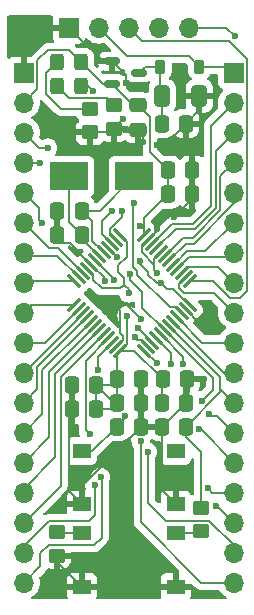
<source format=gbr>
%TF.GenerationSoftware,KiCad,Pcbnew,8.0.2*%
%TF.CreationDate,2024-07-28T15:43:25-06:00*%
%TF.ProjectId,stm32_devboard,73746d33-325f-4646-9576-626f6172642e,rev?*%
%TF.SameCoordinates,Original*%
%TF.FileFunction,Copper,L1,Top*%
%TF.FilePolarity,Positive*%
%FSLAX46Y46*%
G04 Gerber Fmt 4.6, Leading zero omitted, Abs format (unit mm)*
G04 Created by KiCad (PCBNEW 8.0.2) date 2024-07-28 15:43:25*
%MOMM*%
%LPD*%
G01*
G04 APERTURE LIST*
G04 Aperture macros list*
%AMRoundRect*
0 Rectangle with rounded corners*
0 $1 Rounding radius*
0 $2 $3 $4 $5 $6 $7 $8 $9 X,Y pos of 4 corners*
0 Add a 4 corners polygon primitive as box body*
4,1,4,$2,$3,$4,$5,$6,$7,$8,$9,$2,$3,0*
0 Add four circle primitives for the rounded corners*
1,1,$1+$1,$2,$3*
1,1,$1+$1,$4,$5*
1,1,$1+$1,$6,$7*
1,1,$1+$1,$8,$9*
0 Add four rect primitives between the rounded corners*
20,1,$1+$1,$2,$3,$4,$5,0*
20,1,$1+$1,$4,$5,$6,$7,0*
20,1,$1+$1,$6,$7,$8,$9,0*
20,1,$1+$1,$8,$9,$2,$3,0*%
G04 Aperture macros list end*
%TA.AperFunction,ComponentPad*%
%ADD10R,1.700000X1.700000*%
%TD*%
%TA.AperFunction,ComponentPad*%
%ADD11O,1.700000X1.700000*%
%TD*%
%TA.AperFunction,SMDPad,CuDef*%
%ADD12R,3.325000X2.400000*%
%TD*%
%TA.AperFunction,SMDPad,CuDef*%
%ADD13R,1.550000X1.300000*%
%TD*%
%TA.AperFunction,SMDPad,CuDef*%
%ADD14RoundRect,0.250000X-0.412500X-0.650000X0.412500X-0.650000X0.412500X0.650000X-0.412500X0.650000X0*%
%TD*%
%TA.AperFunction,SMDPad,CuDef*%
%ADD15RoundRect,0.250000X-0.337500X-0.475000X0.337500X-0.475000X0.337500X0.475000X-0.337500X0.475000X0*%
%TD*%
%TA.AperFunction,SMDPad,CuDef*%
%ADD16RoundRect,0.075000X-0.521491X0.415425X0.415425X-0.521491X0.521491X-0.415425X-0.415425X0.521491X0*%
%TD*%
%TA.AperFunction,SMDPad,CuDef*%
%ADD17RoundRect,0.075000X-0.521491X-0.415425X-0.415425X-0.521491X0.521491X0.415425X0.415425X0.521491X0*%
%TD*%
%TA.AperFunction,SMDPad,CuDef*%
%ADD18RoundRect,0.250000X-0.325000X-0.450000X0.325000X-0.450000X0.325000X0.450000X-0.325000X0.450000X0*%
%TD*%
%TA.AperFunction,SMDPad,CuDef*%
%ADD19RoundRect,0.250000X0.337500X0.475000X-0.337500X0.475000X-0.337500X-0.475000X0.337500X-0.475000X0*%
%TD*%
%TA.AperFunction,SMDPad,CuDef*%
%ADD20RoundRect,0.250000X0.450000X-0.350000X0.450000X0.350000X-0.450000X0.350000X-0.450000X-0.350000X0*%
%TD*%
%TA.AperFunction,SMDPad,CuDef*%
%ADD21RoundRect,0.150000X-0.512500X-0.150000X0.512500X-0.150000X0.512500X0.150000X-0.512500X0.150000X0*%
%TD*%
%TA.AperFunction,SMDPad,CuDef*%
%ADD22RoundRect,0.250000X-0.450000X0.350000X-0.450000X-0.350000X0.450000X-0.350000X0.450000X0.350000X0*%
%TD*%
%TA.AperFunction,SMDPad,CuDef*%
%ADD23RoundRect,0.250000X-0.475000X0.337500X-0.475000X-0.337500X0.475000X-0.337500X0.475000X0.337500X0*%
%TD*%
%TA.AperFunction,SMDPad,CuDef*%
%ADD24RoundRect,0.225000X-0.225000X-0.375000X0.225000X-0.375000X0.225000X0.375000X-0.225000X0.375000X0*%
%TD*%
%TA.AperFunction,ViaPad*%
%ADD25C,0.600000*%
%TD*%
%TA.AperFunction,Conductor*%
%ADD26C,0.200000*%
%TD*%
G04 APERTURE END LIST*
D10*
%TO.P,Prog1,1,Pin_1*%
%TO.N,GND*%
X135890000Y-73660000D03*
D11*
%TO.P,Prog1,2,Pin_2*%
%TO.N,VPP*%
X138430000Y-73660000D03*
%TO.P,Prog1,3,Pin_3*%
%TO.N,/SWCLK*%
X140970000Y-73660000D03*
%TO.P,Prog1,4,Pin_4*%
%TO.N,/SWDIO*%
X143510000Y-73660000D03*
%TO.P,Prog1,5,Pin_5*%
%TO.N,/NRST*%
X146050000Y-73660000D03*
%TD*%
D12*
%TO.P,Y1,1,1*%
%TO.N,/HSE_IN*%
X141415000Y-86233000D03*
%TO.P,Y1,2,2*%
%TO.N,/HSE_OUT*%
X135890000Y-86233000D03*
%TD*%
D13*
%TO.P,SW1,1,1*%
%TO.N,GND*%
X144945000Y-114010000D03*
X136995000Y-114010000D03*
%TO.P,SW1,2,2*%
%TO.N,/NRST*%
X144945000Y-109510000D03*
X136995000Y-109510000D03*
%TD*%
D14*
%TO.P,C4,1*%
%TO.N,Net-(D1-K)*%
X143810500Y-79460000D03*
%TO.P,C4,2*%
%TO.N,GND*%
X146935500Y-79460000D03*
%TD*%
D15*
%TO.P,C9,2*%
%TO.N,GND*%
X146325500Y-87757000D03*
%TO.P,C9,1*%
%TO.N,+3.3V*%
X144250500Y-87757000D03*
%TD*%
D13*
%TO.P,SW2,1,1*%
%TO.N,GND*%
X144945000Y-120995000D03*
X136995000Y-120995000D03*
%TO.P,SW2,2,2*%
%TO.N,Net-(R2-Pad1)*%
X144945000Y-116495000D03*
X136995000Y-116495000D03*
%TD*%
D16*
%TO.P,U2,1,VBAT*%
%TO.N,+3.3V*%
X140252657Y-91258124D03*
%TO.P,U2,2,PC13*%
%TO.N,/PC13*%
X139899103Y-91611678D03*
%TO.P,U2,3,PC14*%
%TO.N,/PC14*%
X139545550Y-91965231D03*
%TO.P,U2,4,PC15*%
%TO.N,/PC15*%
X139191996Y-92318785D03*
%TO.P,U2,5,PF0*%
%TO.N,/HSE_IN*%
X138838443Y-92672338D03*
%TO.P,U2,6,PF1*%
%TO.N,/HSE_OUT*%
X138484890Y-93025891D03*
%TO.P,U2,7,NRST*%
%TO.N,/NRST*%
X138131336Y-93379445D03*
%TO.P,U2,8,VSSA*%
%TO.N,GND*%
X137777783Y-93732998D03*
%TO.P,U2,9,VDDA*%
%TO.N,+3.3V*%
X137424230Y-94086551D03*
%TO.P,U2,10,PA0*%
%TO.N,/PA0*%
X137070676Y-94440105D03*
%TO.P,U2,11,PA1*%
%TO.N,/PA1*%
X136717123Y-94793658D03*
%TO.P,U2,12,PA2*%
%TO.N,/PA2*%
X136363569Y-95147212D03*
D17*
%TO.P,U2,13,PA3*%
%TO.N,/PA3*%
X136363569Y-97144788D03*
%TO.P,U2,14,PA4*%
%TO.N,/PA4*%
X136717123Y-97498342D03*
%TO.P,U2,15,PA5*%
%TO.N,/PA5*%
X137070676Y-97851895D03*
%TO.P,U2,16,PA6*%
%TO.N,/PA6*%
X137424230Y-98205449D03*
%TO.P,U2,17,PA7*%
%TO.N,/PA7*%
X137777783Y-98559002D03*
%TO.P,U2,18,PB0*%
%TO.N,/PB0*%
X138131336Y-98912555D03*
%TO.P,U2,19,PB1*%
%TO.N,/PB1*%
X138484890Y-99266109D03*
%TO.P,U2,20,PB2*%
%TO.N,/PB2*%
X138838443Y-99619662D03*
%TO.P,U2,21,PB10*%
%TO.N,/PB10*%
X139191996Y-99973215D03*
%TO.P,U2,22,PB11*%
%TO.N,/PB11*%
X139545550Y-100326769D03*
%TO.P,U2,23,VSS*%
%TO.N,GND*%
X139899103Y-100680322D03*
%TO.P,U2,24,VDD*%
%TO.N,+3.3V*%
X140252657Y-101033876D03*
D16*
%TO.P,U2,25,PB12*%
%TO.N,/PB12*%
X142250233Y-101033876D03*
%TO.P,U2,26,PB13*%
%TO.N,/PB13*%
X142603787Y-100680322D03*
%TO.P,U2,27,PB14*%
%TO.N,/PB14*%
X142957340Y-100326769D03*
%TO.P,U2,28,PB15*%
%TO.N,/PB15*%
X143310894Y-99973215D03*
%TO.P,U2,29,PA8*%
%TO.N,/PA8*%
X143664447Y-99619662D03*
%TO.P,U2,30,PA9*%
%TO.N,/USER_LED*%
X144018000Y-99266109D03*
%TO.P,U2,31,PA10*%
%TO.N,/USER_BTN*%
X144371554Y-98912555D03*
%TO.P,U2,32,PA11*%
%TO.N,/PA11*%
X144725107Y-98559002D03*
%TO.P,U2,33,PA12*%
%TO.N,/PA12*%
X145078660Y-98205449D03*
%TO.P,U2,34,PA13*%
%TO.N,/SWDIO*%
X145432214Y-97851895D03*
%TO.P,U2,35,VSS*%
%TO.N,GND*%
X145785767Y-97498342D03*
%TO.P,U2,36,VDDIO2*%
%TO.N,+3.3V*%
X146139321Y-97144788D03*
D17*
%TO.P,U2,37,PA14*%
%TO.N,/SWCLK*%
X146139321Y-95147212D03*
%TO.P,U2,38,PA15*%
%TO.N,/PA15*%
X145785767Y-94793658D03*
%TO.P,U2,39,PB3*%
%TO.N,/PB3*%
X145432214Y-94440105D03*
%TO.P,U2,40,PB4*%
%TO.N,/PB4*%
X145078660Y-94086551D03*
%TO.P,U2,41,PB5*%
%TO.N,/PB5*%
X144725107Y-93732998D03*
%TO.P,U2,42,PB6*%
%TO.N,/PB6*%
X144371554Y-93379445D03*
%TO.P,U2,43,PB7*%
%TO.N,/PB7*%
X144018000Y-93025891D03*
%TO.P,U2,44,BOOT0*%
%TO.N,GND*%
X143664447Y-92672338D03*
%TO.P,U2,45,PB8*%
%TO.N,/PB8*%
X143310894Y-92318785D03*
%TO.P,U2,46,PB9*%
%TO.N,/PB9*%
X142957340Y-91965231D03*
%TO.P,U2,47,VSS*%
%TO.N,GND*%
X142603787Y-91611678D03*
%TO.P,U2,48,VDD*%
%TO.N,+3.3V*%
X142250233Y-91258124D03*
%TD*%
D18*
%TO.P,D3,1,K*%
%TO.N,Net-(D3-K)*%
X134865000Y-78613000D03*
%TO.P,D3,2,A*%
%TO.N,/USER_LED*%
X136915000Y-78613000D03*
%TD*%
D15*
%TO.P,C11,1*%
%TO.N,+3.3V*%
X143742500Y-105410000D03*
%TO.P,C11,2*%
%TO.N,GND*%
X145817500Y-105410000D03*
%TD*%
D18*
%TO.P,D2,1,K*%
%TO.N,Net-(D2-K)*%
X134874000Y-76581000D03*
%TO.P,D2,2,A*%
%TO.N,+3.3V*%
X136924000Y-76581000D03*
%TD*%
D15*
%TO.P,C10,2*%
%TO.N,GND*%
X146347000Y-85725000D03*
%TO.P,C10,1*%
%TO.N,+3.3V*%
X144272000Y-85725000D03*
%TD*%
D19*
%TO.P,C13,1*%
%TO.N,/USER_BTN*%
X145817500Y-107442000D03*
%TO.P,C13,2*%
%TO.N,GND*%
X143742500Y-107442000D03*
%TD*%
D20*
%TO.P,R3,1*%
%TO.N,Net-(R2-Pad1)*%
X147066000Y-116300000D03*
%TO.P,R3,2*%
%TO.N,/USER_BTN*%
X147066000Y-114300000D03*
%TD*%
D15*
%TO.P,C5,1*%
%TO.N,Net-(D1-K)*%
X143735500Y-81788000D03*
%TO.P,C5,2*%
%TO.N,GND*%
X145810500Y-81788000D03*
%TD*%
D10*
%TO.P,GPIO1,1,Pin_1*%
%TO.N,VPP*%
X149860000Y-77470000D03*
D11*
%TO.P,GPIO1,2,Pin_2*%
%TO.N,/PB9*%
X149860000Y-80010000D03*
%TO.P,GPIO1,3,Pin_3*%
%TO.N,/PB8*%
X149860000Y-82550000D03*
%TO.P,GPIO1,4,Pin_4*%
%TO.N,/PB7*%
X149860000Y-85090000D03*
%TO.P,GPIO1,5,Pin_5*%
%TO.N,/PB6*%
X149860000Y-87630000D03*
%TO.P,GPIO1,6,Pin_6*%
%TO.N,/PB5*%
X149860000Y-90170000D03*
%TO.P,GPIO1,7,Pin_7*%
%TO.N,/PB4*%
X149860000Y-92710000D03*
%TO.P,GPIO1,8,Pin_8*%
%TO.N,/PB3*%
X149860000Y-95250000D03*
%TO.P,GPIO1,9,Pin_9*%
%TO.N,/PA15*%
X149860000Y-97790000D03*
%TO.P,GPIO1,10,Pin_10*%
%TO.N,/PA12*%
X149860000Y-100330000D03*
%TO.P,GPIO1,11,Pin_11*%
%TO.N,/PA11*%
X149860000Y-102870000D03*
%TO.P,GPIO1,12,Pin_12*%
%TO.N,/USER_BTN*%
X149860000Y-105410000D03*
%TO.P,GPIO1,13,Pin_13*%
%TO.N,/USER_LED*%
X149860000Y-107950000D03*
%TO.P,GPIO1,14,Pin_14*%
%TO.N,/PA8*%
X149860000Y-110490000D03*
%TO.P,GPIO1,15,Pin_15*%
%TO.N,/PB15*%
X149860000Y-113030000D03*
%TO.P,GPIO1,16,Pin_16*%
%TO.N,/PB14*%
X149860000Y-115570000D03*
%TO.P,GPIO1,17,Pin_17*%
%TO.N,/PB13*%
X149860000Y-118110000D03*
%TO.P,GPIO1,18,Pin_18*%
%TO.N,/PB12*%
X149860000Y-120650000D03*
%TD*%
D21*
%TO.P,U1,1,GND*%
%TO.N,GND*%
X139542000Y-76520000D03*
%TO.P,U1,2,VO*%
%TO.N,+3.3V*%
X139542000Y-78420000D03*
%TO.P,U1,3,VI*%
%TO.N,Net-(D1-K)*%
X141817000Y-77470000D03*
%TD*%
D19*
%TO.P,C8,2*%
%TO.N,GND*%
X136147900Y-105968800D03*
%TO.P,C8,1*%
%TO.N,+3.3V*%
X138222900Y-105968800D03*
%TD*%
D15*
%TO.P,C7,1*%
%TO.N,+3.3V*%
X139932500Y-105410000D03*
%TO.P,C7,2*%
%TO.N,GND*%
X142007500Y-105410000D03*
%TD*%
D22*
%TO.P,R4,1*%
%TO.N,Net-(D3-K)*%
X139700000Y-80250000D03*
%TO.P,R4,2*%
%TO.N,GND*%
X139700000Y-82250000D03*
%TD*%
D23*
%TO.P,C6,1*%
%TO.N,+3.3V*%
X141732000Y-80242500D03*
%TO.P,C6,2*%
%TO.N,GND*%
X141732000Y-82317500D03*
%TD*%
D19*
%TO.P,C1,2*%
%TO.N,GND*%
X134905500Y-89154000D03*
%TO.P,C1,1*%
%TO.N,/HSE_IN*%
X136980500Y-89154000D03*
%TD*%
D24*
%TO.P,D1,1,K*%
%TO.N,Net-(D1-K)*%
X143638000Y-76962000D03*
%TO.P,D1,2,A*%
%TO.N,VPP*%
X146938000Y-76962000D03*
%TD*%
D20*
%TO.P,R1,1*%
%TO.N,GND*%
X137668000Y-82534000D03*
%TO.P,R1,2*%
%TO.N,Net-(D2-K)*%
X137668000Y-80534000D03*
%TD*%
D15*
%TO.P,C15,1*%
%TO.N,+3.3V*%
X139932500Y-103378000D03*
%TO.P,C15,2*%
%TO.N,GND*%
X142007500Y-103378000D03*
%TD*%
D19*
%TO.P,C3,2*%
%TO.N,GND*%
X134905500Y-91186000D03*
%TO.P,C3,1*%
%TO.N,/HSE_OUT*%
X136980500Y-91186000D03*
%TD*%
%TO.P,C12,2*%
%TO.N,GND*%
X136126400Y-103936800D03*
%TO.P,C12,1*%
%TO.N,+3.3V*%
X138201400Y-103936800D03*
%TD*%
D22*
%TO.P,R2,1*%
%TO.N,Net-(R2-Pad1)*%
X134874000Y-116364000D03*
%TO.P,R2,2*%
%TO.N,GND*%
X134874000Y-118364000D03*
%TD*%
D15*
%TO.P,C2,1*%
%TO.N,/NRST*%
X139932500Y-107442000D03*
%TO.P,C2,2*%
%TO.N,GND*%
X142007500Y-107442000D03*
%TD*%
D10*
%TO.P,GPIO2,1,Pin_1*%
%TO.N,GND*%
X132080000Y-77470000D03*
D11*
%TO.P,GPIO2,2,Pin_2*%
%TO.N,+3.3V*%
X132080000Y-80010000D03*
%TO.P,GPIO2,3,Pin_3*%
%TO.N,/PC13*%
X132080000Y-82550000D03*
%TO.P,GPIO2,4,Pin_4*%
%TO.N,/PC14*%
X132080000Y-85090000D03*
%TO.P,GPIO2,5,Pin_5*%
%TO.N,/PC15*%
X132080000Y-87630000D03*
%TO.P,GPIO2,6,Pin_6*%
%TO.N,/PA0*%
X132080000Y-90170000D03*
%TO.P,GPIO2,7,Pin_7*%
%TO.N,/PA1*%
X132080000Y-92710000D03*
%TO.P,GPIO2,8,Pin_8*%
%TO.N,/PA2*%
X132080000Y-95250000D03*
%TO.P,GPIO2,9,Pin_9*%
%TO.N,/PA3*%
X132080000Y-97790000D03*
%TO.P,GPIO2,10,Pin_10*%
%TO.N,/PA4*%
X132080000Y-100330000D03*
%TO.P,GPIO2,11,Pin_11*%
%TO.N,/PA5*%
X132080000Y-102870000D03*
%TO.P,GPIO2,12,Pin_12*%
%TO.N,/PA6*%
X132080000Y-105410000D03*
%TO.P,GPIO2,13,Pin_13*%
%TO.N,/PA7*%
X132080000Y-107950000D03*
%TO.P,GPIO2,14,Pin_14*%
%TO.N,/PB0*%
X132080000Y-110490000D03*
%TO.P,GPIO2,15,Pin_15*%
%TO.N,/PB1*%
X132080000Y-113030000D03*
%TO.P,GPIO2,16,Pin_16*%
%TO.N,/PB2*%
X132080000Y-115570000D03*
%TO.P,GPIO2,17,Pin_17*%
%TO.N,/PB10*%
X132080000Y-118110000D03*
%TO.P,GPIO2,18,Pin_18*%
%TO.N,/PB11*%
X132080000Y-120650000D03*
%TD*%
D15*
%TO.P,C14,1*%
%TO.N,+3.3V*%
X143848000Y-103378000D03*
%TO.P,C14,2*%
%TO.N,GND*%
X145923000Y-103378000D03*
%TD*%
D25*
%TO.N,GND*%
X142157000Y-83388200D03*
X143357000Y-83642200D03*
%TO.N,/PB11*%
X138572915Y-111725115D03*
X138353800Y-102666800D03*
%TO.N,/PB10*%
X137642600Y-108102400D03*
X138074400Y-112420400D03*
%TO.N,/NRST*%
X149915965Y-74391435D03*
%TO.N,GND*%
X138910882Y-95127520D03*
X147300681Y-103397319D03*
X140716000Y-78359000D03*
X144830000Y-89706000D03*
X139608000Y-97028000D03*
X143336978Y-90737066D03*
X141986000Y-98298000D03*
X140462000Y-81407000D03*
X146812000Y-98552000D03*
X143369286Y-94474285D03*
%TO.N,+3.3V*%
X141951000Y-90424000D03*
X140970000Y-96139000D03*
X141951000Y-93451076D03*
X143721425Y-95292576D03*
X140808000Y-98044000D03*
%TO.N,/USER_LED*%
X147755015Y-106353015D03*
X141097000Y-94488000D03*
X147160485Y-105250485D03*
X137922000Y-78994000D03*
%TO.N,/PA8*%
X145562923Y-102153000D03*
X146905000Y-107683275D03*
%TO.N,/PB14*%
X148336000Y-114173000D03*
X141732000Y-99060000D03*
%TO.N,/PB13*%
X142586000Y-109601000D03*
X141478000Y-99822000D03*
%TO.N,/PB15*%
X147666000Y-112649000D03*
X144526000Y-102108000D03*
%TO.N,/PB12*%
X143329241Y-102094712D03*
X141986000Y-108667000D03*
%TO.N,/PC15*%
X133604000Y-90170000D03*
X139942301Y-93062844D03*
%TO.N,/PC14*%
X139573721Y-89154721D03*
X133477000Y-85090000D03*
%TO.N,/PC13*%
X134112000Y-83845400D03*
X140373723Y-89153963D03*
%TO.N,/SWDIO*%
X141393409Y-88476591D03*
%TO.N,/NRST*%
X139700000Y-94996000D03*
X140624001Y-106549717D03*
%TD*%
D26*
%TO.N,GND*%
X143120039Y-94225038D02*
X143120039Y-93726000D01*
X143369286Y-94474285D02*
X143120039Y-94225038D01*
%TO.N,+3.3V*%
X140970000Y-96139000D02*
X140970000Y-95808800D01*
X140970000Y-95808800D02*
X140665200Y-95504000D01*
X140665200Y-95504000D02*
X140462000Y-95504000D01*
%TO.N,/NRST*%
X149915965Y-74391435D02*
X149184530Y-73660000D01*
X149184530Y-73660000D02*
X146050000Y-73660000D01*
%TO.N,GND*%
X136126400Y-103936800D02*
X136126400Y-105947300D01*
X136126400Y-105947300D02*
X136147900Y-105968800D01*
%TO.N,/PC13*%
X134112000Y-83845400D02*
X133375400Y-83845400D01*
X133375400Y-83845400D02*
X132080000Y-82550000D01*
%TO.N,/SWCLK*%
X146139321Y-95147212D02*
X148130866Y-95147212D01*
X149486000Y-74810000D02*
X142120000Y-74810000D01*
X148130866Y-95147212D02*
X149554454Y-96570800D01*
X142120000Y-74810000D02*
X140970000Y-73660000D01*
X149554454Y-96570800D02*
X150418800Y-96570800D01*
X150418800Y-96570800D02*
X151010000Y-95979600D01*
X151010000Y-95979600D02*
X151010000Y-76334000D01*
X151010000Y-76334000D02*
X149486000Y-74810000D01*
%TO.N,+3.3V*%
X140808000Y-98044000D02*
X140843511Y-98079511D01*
X140843511Y-98079511D02*
X140843511Y-100443022D01*
X140843511Y-100443022D02*
X140252657Y-101033876D01*
%TO.N,GND*%
X143778500Y-83820000D02*
X143534800Y-83820000D01*
X143534800Y-83820000D02*
X143357000Y-83642200D01*
X142157000Y-83388200D02*
X142157000Y-82742500D01*
X142157000Y-82742500D02*
X141732000Y-82317500D01*
X134874000Y-118364000D02*
X134874000Y-118874000D01*
X134874000Y-118874000D02*
X136995000Y-120995000D01*
%TO.N,/PB11*%
X134189256Y-117464000D02*
X133477000Y-118176256D01*
X138674400Y-111826600D02*
X138674400Y-116840600D01*
X138572915Y-111725115D02*
X138674400Y-111826600D01*
X138674400Y-116840600D02*
X138051000Y-117464000D01*
X138051000Y-117464000D02*
X134189256Y-117464000D01*
X133477000Y-118176256D02*
X133477000Y-119253000D01*
X133477000Y-119253000D02*
X132080000Y-120650000D01*
X139545550Y-100326769D02*
X138353800Y-101518519D01*
X138353800Y-101518519D02*
X138353800Y-102666800D01*
%TO.N,/PB10*%
X137313900Y-107773700D02*
X137642600Y-108102400D01*
X137313900Y-101851311D02*
X137313900Y-107773700D01*
X139191996Y-99973215D02*
X137313900Y-101851311D01*
X138074400Y-112420400D02*
X138074400Y-114955600D01*
X138074400Y-114955600D02*
X137566000Y-115464000D01*
X134189256Y-115464000D02*
X132080000Y-117573256D01*
X132080000Y-117573256D02*
X132080000Y-118110000D01*
X137566000Y-115464000D02*
X134189256Y-115464000D01*
%TO.N,+3.3V*%
X139674600Y-105410000D02*
X139932500Y-105410000D01*
X138201400Y-103936800D02*
X139674600Y-105410000D01*
X138201400Y-105947300D02*
X138222900Y-105968800D01*
X138201400Y-103936800D02*
X138201400Y-105947300D01*
X139373700Y-105968800D02*
X139932500Y-105410000D01*
X139373700Y-103936800D02*
X139932500Y-103378000D01*
%TO.N,GND*%
X135920000Y-112935000D02*
X136995000Y-114010000D01*
%TO.N,+3.3V*%
X138222900Y-105968800D02*
X139373700Y-105968800D01*
%TO.N,GND*%
X135920000Y-106196700D02*
X135920000Y-112935000D01*
X136147900Y-105968800D02*
X135920000Y-106196700D01*
%TO.N,+3.3V*%
X138201400Y-103936800D02*
X139373700Y-103936800D01*
%TO.N,/PB0*%
X138131336Y-98912555D02*
X134239000Y-102804891D01*
X134239000Y-102804891D02*
X134239000Y-108331000D01*
X134239000Y-108331000D02*
X132080000Y-110490000D01*
%TO.N,/PB1*%
X138484890Y-99266109D02*
X134747000Y-103003999D01*
X134747000Y-103003999D02*
X134747000Y-110022471D01*
X132080000Y-112689471D02*
X132080000Y-113030000D01*
X134747000Y-110022471D02*
X132080000Y-112689471D01*
%TO.N,/PB2*%
X138838443Y-99619662D02*
X135213500Y-103244605D01*
X135213500Y-112436500D02*
X132080000Y-115570000D01*
X135213500Y-103244605D02*
X135213500Y-112436500D01*
%TO.N,/PA7*%
X137777783Y-98559002D02*
X137233375Y-99103410D01*
X137233375Y-99103410D02*
X137233375Y-99113625D01*
X137233375Y-99113625D02*
X133654800Y-102692200D01*
X133654800Y-102692200D02*
X133654800Y-106375200D01*
X133654800Y-106375200D02*
X132080000Y-107950000D01*
%TO.N,/PC14*%
X133477000Y-85090000D02*
X132080000Y-85090000D01*
%TO.N,GND*%
X134905500Y-91186000D02*
X134905500Y-91667815D01*
X134905500Y-91667815D02*
X135166685Y-91929000D01*
X135166685Y-91929000D02*
X135973785Y-91929000D01*
X135973785Y-91929000D02*
X137777783Y-93732998D01*
X134905500Y-91186000D02*
X134905500Y-89154000D01*
%TO.N,/HSE_IN*%
X141415000Y-86233000D02*
X138494000Y-89154000D01*
X138494000Y-89154000D02*
X136980500Y-89154000D01*
X136980500Y-89154000D02*
X137868000Y-90041500D01*
X137868000Y-90041500D02*
X137868000Y-91701895D01*
X137868000Y-91701895D02*
X138838443Y-92672338D01*
%TO.N,/HSE_OUT*%
X136980500Y-91186000D02*
X136980500Y-91521501D01*
X136980500Y-91521501D02*
X138484890Y-93025891D01*
X135890000Y-86233000D02*
X135890000Y-90095500D01*
X135890000Y-90095500D02*
X136980500Y-91186000D01*
%TO.N,+3.3V*%
X141732000Y-80242500D02*
X142757000Y-81267500D01*
X142757000Y-81267500D02*
X142757000Y-84210000D01*
X142757000Y-84210000D02*
X144272000Y-85725000D01*
X142250233Y-89757267D02*
X142250233Y-91258124D01*
%TO.N,GND*%
X146325500Y-87757000D02*
X146325500Y-85746500D01*
%TO.N,+3.3V*%
X144250500Y-87757000D02*
X142250233Y-89757267D01*
%TO.N,GND*%
X146325500Y-85746500D02*
X146347000Y-85725000D01*
X146325500Y-87757000D02*
X146325500Y-88210500D01*
%TO.N,+3.3V*%
X144272000Y-85725000D02*
X144272000Y-87735500D01*
%TO.N,GND*%
X146325500Y-88210500D02*
X144830000Y-89706000D01*
%TO.N,+3.3V*%
X144272000Y-87735500D02*
X144250500Y-87757000D01*
X144272000Y-85373500D02*
X144272000Y-85725000D01*
%TO.N,/PB9*%
X142957340Y-91965231D02*
X144616571Y-90306000D01*
X144616571Y-90306000D02*
X146389744Y-90306000D01*
X146389744Y-90306000D02*
X147910000Y-88785744D01*
X147910000Y-88785744D02*
X147910000Y-81960000D01*
X147910000Y-81960000D02*
X149860000Y-80010000D01*
%TO.N,/PB8*%
X143310894Y-92318785D02*
X144923679Y-90706000D01*
X144923679Y-90706000D02*
X146555430Y-90706000D01*
X146555430Y-90706000D02*
X148310000Y-88951430D01*
X148310000Y-88951430D02*
X148310000Y-84100000D01*
X148310000Y-84100000D02*
X149860000Y-82550000D01*
%TO.N,/SWDIO*%
X141697000Y-94580000D02*
X144424488Y-97307488D01*
X141393409Y-88476591D02*
X141351000Y-88519000D01*
X141697000Y-94239471D02*
X141697000Y-94580000D01*
X141351000Y-88519000D02*
X141351000Y-93893471D01*
X144887807Y-97307488D02*
X145432214Y-97851895D01*
X141351000Y-93893471D02*
X141697000Y-94239471D01*
X144424488Y-97307488D02*
X144887807Y-97307488D01*
%TO.N,GND*%
X142007500Y-105410000D02*
X142007500Y-103378000D01*
X142059379Y-92665340D02*
X142059379Y-92156086D01*
X143120039Y-93726000D02*
X142059379Y-92665340D01*
X139608000Y-97028000D02*
X140208000Y-97628000D01*
X147281362Y-103378000D02*
X147300681Y-103397319D01*
X145817500Y-105410000D02*
X145774500Y-105410000D01*
X138910882Y-94866097D02*
X138910882Y-95127520D01*
X137668000Y-82534000D02*
X136668000Y-82534000D01*
X145817500Y-103378000D02*
X145817500Y-105410000D01*
X142007500Y-107442000D02*
X142007500Y-105410000D01*
X145774500Y-105410000D02*
X143742500Y-107442000D01*
X146935500Y-79460000D02*
X146935500Y-80663000D01*
X141516000Y-82250000D02*
X139700000Y-82250000D01*
X139899103Y-100680322D02*
X140443511Y-100135914D01*
X140443511Y-99757482D02*
X140208000Y-99521971D01*
X143742500Y-107442000D02*
X142007500Y-107442000D01*
X140716000Y-97028000D02*
X139608000Y-97028000D01*
X140716000Y-77694000D02*
X139542000Y-76520000D01*
X132080000Y-77470000D02*
X132080000Y-76454000D01*
X145785767Y-97498342D02*
X145785767Y-97525767D01*
X139700000Y-82169000D02*
X140462000Y-81407000D01*
X143778500Y-83820000D02*
X145810500Y-81788000D01*
X141986000Y-98298000D02*
X140716000Y-97028000D01*
X143742500Y-107442000D02*
X143742500Y-112807500D01*
X139416000Y-82534000D02*
X139700000Y-82250000D01*
X137777783Y-93732998D02*
X138910882Y-94866097D01*
X143120039Y-93726000D02*
X143120039Y-93216746D01*
X140443511Y-100135914D02*
X140443511Y-99757482D01*
X145923000Y-103378000D02*
X147281362Y-103378000D01*
X142059379Y-92156086D02*
X142603787Y-91611678D01*
X143336978Y-90737066D02*
X143336978Y-90878487D01*
X135890000Y-73660000D02*
X138750000Y-76520000D01*
X137668000Y-82534000D02*
X139416000Y-82534000D01*
X143742500Y-112807500D02*
X144945000Y-114010000D01*
X139700000Y-82250000D02*
X139700000Y-82169000D01*
X145785767Y-97525767D02*
X146812000Y-98552000D01*
X141583500Y-82317500D02*
X141516000Y-82250000D01*
X136668000Y-82534000D02*
X136652000Y-82550000D01*
X142007500Y-107442000D02*
X136995000Y-112454500D01*
X143336978Y-90878487D02*
X142603787Y-91611678D01*
X138750000Y-76520000D02*
X139542000Y-76520000D01*
X140716000Y-78359000D02*
X140716000Y-77694000D01*
X136995000Y-112454500D02*
X136995000Y-114010000D01*
X140208000Y-97628000D02*
X140208000Y-99521971D01*
X146935500Y-80663000D02*
X145810500Y-81788000D01*
X143120039Y-93216746D02*
X143664447Y-92672338D01*
X141732000Y-82317500D02*
X141583500Y-82317500D01*
%TO.N,/NRST*%
X137864500Y-109510000D02*
X139932500Y-107442000D01*
X136995000Y-109510000D02*
X137864500Y-109510000D01*
%TO.N,Net-(D1-K)*%
X143638000Y-76962000D02*
X143638000Y-79287500D01*
X143810500Y-79460000D02*
X143810500Y-81713000D01*
X143810500Y-81713000D02*
X143735500Y-81788000D01*
X143638000Y-79287500D02*
X143810500Y-79460000D01*
X143638000Y-76962000D02*
X142325000Y-76962000D01*
X142325000Y-76962000D02*
X141817000Y-77470000D01*
%TO.N,+3.3V*%
X146139321Y-97144788D02*
X146103963Y-97144788D01*
X143742500Y-103356500D02*
X141419876Y-101033876D01*
X139542000Y-78420000D02*
X138763000Y-78420000D01*
X139932500Y-103378000D02*
X139932500Y-102129500D01*
X144717175Y-95758000D02*
X144186849Y-95758000D01*
X144186849Y-95758000D02*
X143721425Y-95292576D01*
X140589000Y-94828529D02*
X140081000Y-94320529D01*
X137968637Y-95033804D02*
X138662353Y-95727520D01*
X142250233Y-90723233D02*
X141951000Y-90424000D01*
X140797064Y-91802531D02*
X140252657Y-91258124D01*
X138662353Y-95727520D02*
X140238480Y-95727520D01*
X142250233Y-91258124D02*
X142250233Y-90723233D01*
X146103963Y-97144788D02*
X144717175Y-95758000D01*
X140081000Y-94320529D02*
X140081000Y-93772674D01*
X143742500Y-103378000D02*
X143742500Y-105410000D01*
X139954000Y-101332533D02*
X140252657Y-101033876D01*
X134096000Y-75581000D02*
X133230000Y-76447000D01*
X139932500Y-105410000D02*
X139932500Y-103378000D01*
X139932500Y-102129500D02*
X139954000Y-102108000D01*
X139954000Y-102108000D02*
X139954000Y-101332533D01*
X141419876Y-101033876D02*
X140252657Y-101033876D01*
X143339047Y-95292576D02*
X143721425Y-95292576D01*
X138763000Y-78420000D02*
X136924000Y-76581000D01*
X140081000Y-93772674D02*
X140797064Y-93056610D01*
X136924000Y-76581000D02*
X135924000Y-75581000D01*
X135924000Y-75581000D02*
X134096000Y-75581000D01*
X141951000Y-93451076D02*
X141951000Y-93691000D01*
X140462000Y-95504000D02*
X140589000Y-95377000D01*
X142621000Y-94361000D02*
X142621000Y-94574529D01*
X142621000Y-94574529D02*
X143339047Y-95292576D01*
X143742500Y-103378000D02*
X143742500Y-103356500D01*
X140797064Y-93056610D02*
X140797064Y-91802531D01*
X141364500Y-80242500D02*
X141732000Y-80242500D01*
X140589000Y-95377000D02*
X140589000Y-94828529D01*
X133230000Y-76447000D02*
X133230000Y-78860000D01*
X139542000Y-78420000D02*
X141364500Y-80242500D01*
X133230000Y-78860000D02*
X132080000Y-80010000D01*
X141951000Y-93691000D02*
X142621000Y-94361000D01*
X137424230Y-94086551D02*
X137968637Y-94630958D01*
X140238480Y-95727520D02*
X140462000Y-95504000D01*
X137968637Y-94630958D02*
X137968637Y-95033804D01*
%TO.N,/USER_BTN*%
X144915961Y-99456962D02*
X144371554Y-98912555D01*
X147066000Y-114300000D02*
X147066000Y-109606000D01*
X147066000Y-109606000D02*
X145817500Y-108357500D01*
X145817500Y-108357500D02*
X145817500Y-107442000D01*
X145817500Y-107442000D02*
X148717000Y-104542500D01*
X144371554Y-98912555D02*
X147953500Y-102494501D01*
X148717000Y-104542500D02*
X148717000Y-104267000D01*
X148717000Y-104267000D02*
X148717000Y-103258001D01*
X149860000Y-105410000D02*
X148717000Y-104267000D01*
X148717000Y-103258001D02*
X147953500Y-102494501D01*
%TO.N,VPP*%
X146938000Y-76962000D02*
X149352000Y-76962000D01*
X149352000Y-76962000D02*
X149860000Y-77470000D01*
X146938000Y-76962000D02*
X146038000Y-76062000D01*
X140832000Y-76062000D02*
X138430000Y-73660000D01*
X146038000Y-76062000D02*
X140832000Y-76062000D01*
%TO.N,Net-(D2-K)*%
X137668000Y-80534000D02*
X135226256Y-80534000D01*
X133985000Y-79292744D02*
X133985000Y-77470000D01*
X133985000Y-77470000D02*
X134874000Y-76581000D01*
X135226256Y-80534000D02*
X133985000Y-79292744D01*
%TO.N,/USER_LED*%
X147955000Y-106553000D02*
X148463000Y-106553000D01*
X144018000Y-99266109D02*
X148082000Y-103330109D01*
X148082000Y-103330109D02*
X148082000Y-104328970D01*
X136915000Y-78613000D02*
X137541000Y-78613000D01*
X137541000Y-78613000D02*
X137922000Y-78994000D01*
X141097000Y-94996000D02*
X142113000Y-96012000D01*
X142113000Y-96012000D02*
X142113000Y-97361109D01*
X142113000Y-97361109D02*
X144018000Y-99266109D01*
X147755015Y-106353015D02*
X147955000Y-106553000D01*
X141097000Y-94488000D02*
X141097000Y-94996000D01*
X148082000Y-104328970D02*
X147160485Y-105250485D01*
X148463000Y-106553000D02*
X149860000Y-107950000D01*
%TO.N,Net-(D3-K)*%
X139700000Y-80250000D02*
X139084000Y-79634000D01*
X139084000Y-79634000D02*
X135886000Y-79634000D01*
X135886000Y-79634000D02*
X134865000Y-78613000D01*
%TO.N,/PA8*%
X146905000Y-107683275D02*
X147053275Y-107683275D01*
X145562923Y-101518138D02*
X145562923Y-102153000D01*
X143664447Y-99619662D02*
X145562923Y-101518138D01*
X147053275Y-107683275D02*
X149860000Y-110490000D01*
%TO.N,/PB14*%
X142957340Y-100285340D02*
X141732000Y-99060000D01*
X148336000Y-114173000D02*
X148463000Y-114173000D01*
X142957340Y-100326769D02*
X142957340Y-100285340D01*
X148463000Y-114173000D02*
X149860000Y-115570000D01*
%TO.N,/PB3*%
X148505697Y-93895697D02*
X149860000Y-95250000D01*
X145432214Y-94440105D02*
X145976622Y-93895697D01*
X145976622Y-93895697D02*
X148505697Y-93895697D01*
%TO.N,/PB13*%
X149860000Y-117509256D02*
X149860000Y-118110000D01*
X141680946Y-100135915D02*
X142059380Y-100135915D01*
X144102000Y-115400000D02*
X147750744Y-115400000D01*
X142059380Y-100135915D02*
X142603787Y-100680322D01*
X147750744Y-115400000D02*
X149860000Y-117509256D01*
X142586000Y-109601000D02*
X142586000Y-113884000D01*
X142586000Y-113884000D02*
X144102000Y-115400000D01*
X141478000Y-99822000D02*
X141478000Y-99932969D01*
X141478000Y-99932969D02*
X141680946Y-100135915D01*
%TO.N,/PA12*%
X147203211Y-100330000D02*
X149860000Y-100330000D01*
X145078660Y-98205449D02*
X147203211Y-100330000D01*
%TO.N,/PA15*%
X148209000Y-96139000D02*
X149860000Y-97790000D01*
X145241360Y-95716499D02*
X145663861Y-96139000D01*
X145241360Y-95338065D02*
X145241360Y-95716499D01*
X145785767Y-94793658D02*
X145241360Y-95338065D01*
X145663861Y-96139000D02*
X148209000Y-96139000D01*
%TO.N,/PB5*%
X145923000Y-92583000D02*
X147447000Y-92583000D01*
X147447000Y-92583000D02*
X149860000Y-90170000D01*
X144725107Y-93732998D02*
X144773002Y-93732998D01*
X144773002Y-93732998D02*
X145923000Y-92583000D01*
%TO.N,/PB6*%
X149860000Y-88532802D02*
X149860000Y-87630000D01*
X146444802Y-91948000D02*
X149860000Y-88532802D01*
X144371554Y-93372446D02*
X145796000Y-91948000D01*
X144371554Y-93379445D02*
X144371554Y-93372446D01*
X145796000Y-91948000D02*
X146444802Y-91948000D01*
%TO.N,/PB15*%
X147666000Y-112649000D02*
X148047000Y-113030000D01*
X144526000Y-101188321D02*
X144526000Y-102108000D01*
X148047000Y-113030000D02*
X149860000Y-113030000D01*
X143310894Y-99973215D02*
X144526000Y-101188321D01*
%TO.N,/PB7*%
X148710000Y-89117116D02*
X148710000Y-86240000D01*
X145542000Y-91440000D02*
X146387116Y-91440000D01*
X146387116Y-91440000D02*
X148710000Y-89117116D01*
X148710000Y-86240000D02*
X149860000Y-85090000D01*
X144018000Y-92964000D02*
X145542000Y-91440000D01*
X144018000Y-93025891D02*
X144018000Y-92964000D01*
%TO.N,/PB4*%
X146074211Y-93091000D02*
X149479000Y-93091000D01*
X145078660Y-94086551D02*
X146074211Y-93091000D01*
X149479000Y-93091000D02*
X149860000Y-92710000D01*
%TO.N,/PA11*%
X149036105Y-102870000D02*
X149860000Y-102870000D01*
X144725107Y-98559002D02*
X149036105Y-102870000D01*
%TO.N,/PB12*%
X147075000Y-120650000D02*
X149860000Y-120650000D01*
X142268405Y-101033876D02*
X143329241Y-102094712D01*
X142250233Y-101033876D02*
X142268405Y-101033876D01*
X141986000Y-108667000D02*
X141986000Y-115561000D01*
X141986000Y-115561000D02*
X147075000Y-120650000D01*
%TO.N,/PA5*%
X137070676Y-97879324D02*
X132080000Y-102870000D01*
X137070676Y-97851895D02*
X137070676Y-97879324D01*
%TO.N,/PA1*%
X134887465Y-92964000D02*
X132334000Y-92964000D01*
X136717123Y-94793658D02*
X134887465Y-92964000D01*
X132334000Y-92964000D02*
X132080000Y-92710000D01*
%TO.N,/PC15*%
X139191996Y-92318785D02*
X139198242Y-92318785D01*
X139198242Y-92318785D02*
X139942301Y-93062844D01*
%TO.N,/PA6*%
X133230000Y-104260000D02*
X132080000Y-105410000D01*
X133230000Y-102399679D02*
X133230000Y-104260000D01*
X137424230Y-98205449D02*
X133230000Y-102399679D01*
%TO.N,/PA4*%
X136717123Y-97498342D02*
X133885465Y-100330000D01*
X133885465Y-100330000D02*
X132080000Y-100330000D01*
%TO.N,/PC14*%
X139545550Y-91965231D02*
X138694035Y-91113716D01*
X138694035Y-91113716D02*
X138694035Y-90034407D01*
X138694035Y-90034407D02*
X139573721Y-89154721D01*
%TO.N,/PC13*%
X139354696Y-91067271D02*
X139354696Y-90688837D01*
X139354696Y-90688837D02*
X140373723Y-89669810D01*
X139899103Y-91611678D02*
X139354696Y-91067271D01*
X140373723Y-89669810D02*
X140373723Y-89153963D01*
%TO.N,/PA2*%
X136363569Y-95147212D02*
X132182788Y-95147212D01*
X132182788Y-95147212D02*
X132080000Y-95250000D01*
%TO.N,/PA3*%
X136363569Y-97144788D02*
X132725212Y-97144788D01*
X132725212Y-97144788D02*
X132080000Y-97790000D01*
%TO.N,/PA0*%
X135001000Y-92329000D02*
X134239000Y-92329000D01*
X134239000Y-92329000D02*
X132080000Y-90170000D01*
X137070676Y-94440105D02*
X137070676Y-94398676D01*
X137070676Y-94398676D02*
X135001000Y-92329000D01*
%TO.N,Net-(R2-Pad1)*%
X135005000Y-116495000D02*
X134874000Y-116364000D01*
X144945000Y-116495000D02*
X146871000Y-116495000D01*
X136995000Y-116495000D02*
X135005000Y-116495000D01*
X146871000Y-116495000D02*
X147066000Y-116300000D01*
%TO.N,/PC15*%
X133604000Y-90170000D02*
X133350000Y-89916000D01*
X133350000Y-89916000D02*
X133350000Y-88900000D01*
X133350000Y-88900000D02*
X132080000Y-87630000D01*
%TO.N,/NRST*%
X140624001Y-106549717D02*
X140624001Y-106750499D01*
X138131336Y-93379445D02*
X139700000Y-94948109D01*
X139700000Y-94948109D02*
X139700000Y-94996000D01*
X140624001Y-106750499D02*
X139932500Y-107442000D01*
%TD*%
%TA.AperFunction,Conductor*%
%TO.N,GND*%
G36*
X141049740Y-108352234D02*
G01*
X141075829Y-108382339D01*
X141077681Y-108385341D01*
X141077683Y-108385344D01*
X141156326Y-108463987D01*
X141189811Y-108525310D01*
X141191865Y-108565551D01*
X141180435Y-108666997D01*
X141180435Y-108667000D01*
X141200630Y-108846249D01*
X141200631Y-108846254D01*
X141260211Y-109016523D01*
X141356185Y-109169263D01*
X141358445Y-109172097D01*
X141359334Y-109174275D01*
X141359889Y-109175158D01*
X141359734Y-109175255D01*
X141384855Y-109236783D01*
X141385500Y-109249412D01*
X141385500Y-115474330D01*
X141385499Y-115474348D01*
X141385499Y-115640054D01*
X141385498Y-115640054D01*
X141385499Y-115640057D01*
X141426423Y-115792785D01*
X141454687Y-115841739D01*
X141455358Y-115842900D01*
X141455359Y-115842904D01*
X141455360Y-115842904D01*
X141505479Y-115929714D01*
X141505481Y-115929717D01*
X141624349Y-116048585D01*
X141624355Y-116048590D01*
X145220201Y-119644436D01*
X145253686Y-119705759D01*
X145248702Y-119775451D01*
X145220202Y-119819798D01*
X145195000Y-119845000D01*
X145195000Y-120745000D01*
X146269403Y-120745000D01*
X146336442Y-120764685D01*
X146357084Y-120781319D01*
X146590139Y-121014374D01*
X146590149Y-121014385D01*
X146594479Y-121018715D01*
X146594480Y-121018716D01*
X146706284Y-121130520D01*
X146793095Y-121180639D01*
X146793097Y-121180641D01*
X146831151Y-121202611D01*
X146843215Y-121209577D01*
X146995943Y-121250501D01*
X146995946Y-121250501D01*
X147161653Y-121250501D01*
X147161669Y-121250500D01*
X148570909Y-121250500D01*
X148637948Y-121270185D01*
X148683292Y-121322097D01*
X148685965Y-121327830D01*
X148821505Y-121521401D01*
X148988599Y-121688495D01*
X149079825Y-121752372D01*
X149186604Y-121827140D01*
X149185675Y-121828465D01*
X149228786Y-121873675D01*
X149242012Y-121942282D01*
X149216047Y-122007148D01*
X149159134Y-122047678D01*
X149118573Y-122054500D01*
X146279506Y-122054500D01*
X146212467Y-122034815D01*
X146166712Y-121982011D01*
X146156768Y-121912853D01*
X146163324Y-121887167D01*
X146213596Y-121752379D01*
X146213598Y-121752372D01*
X146219999Y-121692844D01*
X146220000Y-121692827D01*
X146220000Y-121245000D01*
X143670000Y-121245000D01*
X143670000Y-121692844D01*
X143676401Y-121752372D01*
X143676403Y-121752379D01*
X143726676Y-121887167D01*
X143731660Y-121956858D01*
X143698175Y-122018181D01*
X143636852Y-122051666D01*
X143610494Y-122054500D01*
X138329506Y-122054500D01*
X138262467Y-122034815D01*
X138216712Y-121982011D01*
X138206768Y-121912853D01*
X138213324Y-121887167D01*
X138263596Y-121752379D01*
X138263598Y-121752372D01*
X138269999Y-121692844D01*
X138270000Y-121692827D01*
X138270000Y-121245000D01*
X135720000Y-121245000D01*
X135720000Y-121692844D01*
X135726401Y-121752372D01*
X135726403Y-121752379D01*
X135776676Y-121887167D01*
X135781660Y-121956858D01*
X135748175Y-122018181D01*
X135686852Y-122051666D01*
X135660494Y-122054500D01*
X132821427Y-122054500D01*
X132754388Y-122034815D01*
X132708633Y-121982011D01*
X132698689Y-121912853D01*
X132727714Y-121849297D01*
X132753818Y-121827743D01*
X132753396Y-121827140D01*
X132860175Y-121752372D01*
X132951401Y-121688495D01*
X133118495Y-121521401D01*
X133254035Y-121327830D01*
X133353903Y-121113663D01*
X133415063Y-120885408D01*
X133435659Y-120650000D01*
X133415063Y-120414592D01*
X133383596Y-120297155D01*
X135720000Y-120297155D01*
X135720000Y-120745000D01*
X136745000Y-120745000D01*
X137245000Y-120745000D01*
X138270000Y-120745000D01*
X138270000Y-120297172D01*
X138269999Y-120297155D01*
X143670000Y-120297155D01*
X143670000Y-120745000D01*
X144695000Y-120745000D01*
X144695000Y-119845000D01*
X144122155Y-119845000D01*
X144062627Y-119851401D01*
X144062620Y-119851403D01*
X143927913Y-119901645D01*
X143927906Y-119901649D01*
X143812812Y-119987809D01*
X143812809Y-119987812D01*
X143726649Y-120102906D01*
X143726645Y-120102913D01*
X143676403Y-120237620D01*
X143676401Y-120237627D01*
X143670000Y-120297155D01*
X138269999Y-120297155D01*
X138263598Y-120237627D01*
X138263596Y-120237620D01*
X138213354Y-120102913D01*
X138213350Y-120102906D01*
X138127190Y-119987812D01*
X138127187Y-119987809D01*
X138012093Y-119901649D01*
X138012086Y-119901645D01*
X137877379Y-119851403D01*
X137877372Y-119851401D01*
X137817844Y-119845000D01*
X137245000Y-119845000D01*
X137245000Y-120745000D01*
X136745000Y-120745000D01*
X136745000Y-119845000D01*
X136172155Y-119845000D01*
X136112627Y-119851401D01*
X136112620Y-119851403D01*
X135977913Y-119901645D01*
X135977906Y-119901649D01*
X135862812Y-119987809D01*
X135862809Y-119987812D01*
X135776649Y-120102906D01*
X135776645Y-120102913D01*
X135726403Y-120237620D01*
X135726401Y-120237627D01*
X135720000Y-120297155D01*
X133383596Y-120297155D01*
X133380671Y-120286239D01*
X133382334Y-120216393D01*
X133412763Y-120166470D01*
X133835506Y-119743728D01*
X133835511Y-119743724D01*
X133845714Y-119733520D01*
X133845716Y-119733520D01*
X133957520Y-119621716D01*
X134036577Y-119484784D01*
X134036578Y-119484779D01*
X134038923Y-119480718D01*
X134089490Y-119432502D01*
X134158097Y-119419278D01*
X134185316Y-119425011D01*
X134271305Y-119453505D01*
X134271309Y-119453506D01*
X134374019Y-119463999D01*
X134623999Y-119463999D01*
X135124000Y-119463999D01*
X135373972Y-119463999D01*
X135373986Y-119463998D01*
X135476697Y-119453505D01*
X135643119Y-119398358D01*
X135643124Y-119398356D01*
X135792345Y-119306315D01*
X135916315Y-119182345D01*
X136008356Y-119033124D01*
X136008358Y-119033119D01*
X136063505Y-118866697D01*
X136063506Y-118866690D01*
X136073999Y-118763986D01*
X136074000Y-118763973D01*
X136074000Y-118614000D01*
X135124000Y-118614000D01*
X135124000Y-119463999D01*
X134623999Y-119463999D01*
X134624000Y-119463998D01*
X134624000Y-118238000D01*
X134643685Y-118170961D01*
X134696489Y-118125206D01*
X134748000Y-118114000D01*
X136073999Y-118114000D01*
X136087180Y-118100819D01*
X136148503Y-118067334D01*
X136174861Y-118064500D01*
X137964331Y-118064500D01*
X137964347Y-118064501D01*
X137971943Y-118064501D01*
X138130054Y-118064501D01*
X138130057Y-118064501D01*
X138282785Y-118023577D01*
X138341331Y-117989775D01*
X138419716Y-117944520D01*
X138531520Y-117832716D01*
X138531520Y-117832714D01*
X138541724Y-117822511D01*
X138541727Y-117822506D01*
X139154920Y-117209316D01*
X139233977Y-117072384D01*
X139274901Y-116919657D01*
X139274901Y-116761542D01*
X139274901Y-116753947D01*
X139274900Y-116753929D01*
X139274900Y-112148243D01*
X139293907Y-112082270D01*
X139298704Y-112074637D01*
X139327795Y-111991501D01*
X139358281Y-111904377D01*
X139358284Y-111904364D01*
X139378480Y-111725118D01*
X139378480Y-111725111D01*
X139358284Y-111545865D01*
X139358283Y-111545860D01*
X139298703Y-111375591D01*
X139259497Y-111313195D01*
X139202731Y-111222853D01*
X139075177Y-111095299D01*
X138922438Y-110999326D01*
X138752169Y-110939746D01*
X138752164Y-110939745D01*
X138572919Y-110919550D01*
X138572911Y-110919550D01*
X138393665Y-110939745D01*
X138393660Y-110939746D01*
X138223391Y-110999326D01*
X138070652Y-111095299D01*
X137943099Y-111222852D01*
X137847125Y-111375593D01*
X137787545Y-111545865D01*
X137780970Y-111604226D01*
X137753903Y-111668640D01*
X137723723Y-111695335D01*
X137572139Y-111790582D01*
X137444584Y-111918137D01*
X137348611Y-112070876D01*
X137289031Y-112241145D01*
X137289030Y-112241150D01*
X137268835Y-112420396D01*
X137268835Y-112420403D01*
X137289030Y-112599649D01*
X137289032Y-112599657D01*
X137322410Y-112695046D01*
X137325971Y-112764825D01*
X137291242Y-112825452D01*
X137266887Y-112838112D01*
X137245000Y-112860000D01*
X137245000Y-114136000D01*
X137225315Y-114203039D01*
X137172511Y-114248794D01*
X137121000Y-114260000D01*
X135720000Y-114260000D01*
X135720000Y-114707828D01*
X135721980Y-114726245D01*
X135709574Y-114795005D01*
X135661963Y-114846142D01*
X135598690Y-114863500D01*
X134110196Y-114863500D01*
X134069275Y-114874464D01*
X134069275Y-114874465D01*
X134032007Y-114884451D01*
X133957470Y-114904423D01*
X133957467Y-114904425D01*
X133915090Y-114928891D01*
X133847190Y-114945362D01*
X133781163Y-114922509D01*
X133737974Y-114867587D01*
X133731333Y-114798034D01*
X133763350Y-114735932D01*
X133765368Y-114733865D01*
X135187079Y-113312155D01*
X135720000Y-113312155D01*
X135720000Y-113760000D01*
X136745000Y-113760000D01*
X136745000Y-112860000D01*
X136172155Y-112860000D01*
X136112627Y-112866401D01*
X136112620Y-112866403D01*
X135977913Y-112916645D01*
X135977906Y-112916649D01*
X135862812Y-113002809D01*
X135862809Y-113002812D01*
X135776649Y-113117906D01*
X135776645Y-113117913D01*
X135726403Y-113252620D01*
X135726401Y-113252627D01*
X135720000Y-113312155D01*
X135187079Y-113312155D01*
X135582213Y-112917021D01*
X135582216Y-112917020D01*
X135694020Y-112805216D01*
X135744139Y-112718404D01*
X135773077Y-112668285D01*
X135814000Y-112515558D01*
X135814000Y-112357443D01*
X135814000Y-110721344D01*
X135833685Y-110654305D01*
X135886489Y-110608550D01*
X135955647Y-110598606D01*
X135981325Y-110605159D01*
X136112517Y-110654091D01*
X136172127Y-110660500D01*
X137817872Y-110660499D01*
X137877483Y-110654091D01*
X138012331Y-110603796D01*
X138127546Y-110517546D01*
X138213796Y-110402331D01*
X138264091Y-110267483D01*
X138270500Y-110207873D01*
X138270499Y-110004599D01*
X138290183Y-109937560D01*
X138306819Y-109916917D01*
X138355222Y-109868514D01*
X138355229Y-109868504D01*
X139519916Y-108703818D01*
X139581239Y-108670333D01*
X139607597Y-108667499D01*
X140320002Y-108667499D01*
X140320008Y-108667499D01*
X140422797Y-108656999D01*
X140589334Y-108601814D01*
X140738656Y-108509712D01*
X140862712Y-108385656D01*
X140864752Y-108382347D01*
X140866745Y-108380555D01*
X140867193Y-108379989D01*
X140867289Y-108380065D01*
X140916694Y-108335623D01*
X140985656Y-108324395D01*
X141049740Y-108352234D01*
G37*
%TD.AperFunction*%
%TA.AperFunction,Conductor*%
G36*
X142978477Y-108535112D02*
G01*
X143085875Y-108601356D01*
X143085880Y-108601358D01*
X143252302Y-108656505D01*
X143252309Y-108656506D01*
X143355019Y-108666999D01*
X143547056Y-108666999D01*
X143614096Y-108686683D01*
X143659851Y-108739487D01*
X143670347Y-108804250D01*
X143669500Y-108812125D01*
X143669500Y-110207870D01*
X143669501Y-110207876D01*
X143675908Y-110267483D01*
X143726202Y-110402328D01*
X143726206Y-110402335D01*
X143812452Y-110517544D01*
X143812455Y-110517547D01*
X143927664Y-110603793D01*
X143927671Y-110603797D01*
X144062517Y-110654091D01*
X144062516Y-110654091D01*
X144064507Y-110654305D01*
X144122127Y-110660500D01*
X145767872Y-110660499D01*
X145827483Y-110654091D01*
X145962331Y-110603796D01*
X146077546Y-110517546D01*
X146163796Y-110402331D01*
X146214091Y-110267483D01*
X146218211Y-110229159D01*
X146244948Y-110164612D01*
X146302341Y-110124764D01*
X146372166Y-110122270D01*
X146432255Y-110157922D01*
X146463530Y-110220401D01*
X146465500Y-110242418D01*
X146465500Y-113119699D01*
X146445815Y-113186738D01*
X146393011Y-113232493D01*
X146380503Y-113237405D01*
X146340332Y-113250716D01*
X146270504Y-113253117D01*
X146210462Y-113217385D01*
X146185147Y-113176343D01*
X146163354Y-113117913D01*
X146163350Y-113117906D01*
X146077190Y-113002812D01*
X146077187Y-113002809D01*
X145962093Y-112916649D01*
X145962086Y-112916645D01*
X145827379Y-112866403D01*
X145827372Y-112866401D01*
X145767844Y-112860000D01*
X145195000Y-112860000D01*
X145195000Y-114136000D01*
X145175315Y-114203039D01*
X145122511Y-114248794D01*
X145071000Y-114260000D01*
X144819000Y-114260000D01*
X144751961Y-114240315D01*
X144706206Y-114187511D01*
X144695000Y-114136000D01*
X144695000Y-112860000D01*
X144122155Y-112860000D01*
X144062627Y-112866401D01*
X144062620Y-112866403D01*
X143927913Y-112916645D01*
X143927906Y-112916649D01*
X143812812Y-113002809D01*
X143812809Y-113002812D01*
X143726649Y-113117906D01*
X143726645Y-113117913D01*
X143676403Y-113252620D01*
X143676401Y-113252627D01*
X143670000Y-113312155D01*
X143670000Y-113819402D01*
X143650315Y-113886441D01*
X143597511Y-113932196D01*
X143528353Y-113942140D01*
X143464797Y-113913115D01*
X143458319Y-113907083D01*
X143222819Y-113671583D01*
X143189334Y-113610260D01*
X143186500Y-113583902D01*
X143186500Y-110183412D01*
X143206185Y-110116373D01*
X143213555Y-110106097D01*
X143215810Y-110103267D01*
X143215816Y-110103262D01*
X143311789Y-109950522D01*
X143371368Y-109780255D01*
X143389582Y-109618599D01*
X143391565Y-109601003D01*
X143391565Y-109600996D01*
X143371369Y-109421750D01*
X143371368Y-109421745D01*
X143311789Y-109251478D01*
X143302870Y-109237284D01*
X143262479Y-109173002D01*
X143215816Y-109098738D01*
X143088262Y-108971184D01*
X142935522Y-108875211D01*
X142935519Y-108875209D01*
X142867792Y-108851510D01*
X142811016Y-108810789D01*
X142785269Y-108745836D01*
X142785527Y-108720584D01*
X142787416Y-108703818D01*
X142791565Y-108667000D01*
X142790160Y-108654536D01*
X142802212Y-108585717D01*
X142849559Y-108534336D01*
X142917169Y-108516709D01*
X142978477Y-108535112D01*
G37*
%TD.AperFunction*%
%TA.AperFunction,Conductor*%
G36*
X136319439Y-103706485D02*
G01*
X136365194Y-103759289D01*
X136376400Y-103810800D01*
X136376400Y-104713119D01*
X136395066Y-104747304D01*
X136397900Y-104773662D01*
X136397900Y-107193799D01*
X136535372Y-107193799D01*
X136535381Y-107193798D01*
X136576796Y-107189567D01*
X136645489Y-107202336D01*
X136696374Y-107250215D01*
X136713400Y-107312925D01*
X136713400Y-107687030D01*
X136713399Y-107687048D01*
X136713399Y-107852754D01*
X136713398Y-107852754D01*
X136739456Y-107950000D01*
X136754323Y-108005485D01*
X136779182Y-108048541D01*
X136830587Y-108137579D01*
X136846419Y-108185696D01*
X136850466Y-108221618D01*
X136838411Y-108290440D01*
X136791061Y-108341818D01*
X136727246Y-108359500D01*
X136172129Y-108359500D01*
X136172123Y-108359501D01*
X136112516Y-108365908D01*
X135981333Y-108414837D01*
X135911641Y-108419821D01*
X135850318Y-108386336D01*
X135816834Y-108325012D01*
X135814000Y-108298655D01*
X135814000Y-107317799D01*
X135833685Y-107250760D01*
X135886489Y-107205005D01*
X135886750Y-107204948D01*
X135897900Y-107193799D01*
X135897900Y-105192480D01*
X135879234Y-105158296D01*
X135876400Y-105131938D01*
X135876400Y-103810800D01*
X135896085Y-103743761D01*
X135948889Y-103698006D01*
X136000400Y-103686800D01*
X136252400Y-103686800D01*
X136319439Y-103706485D01*
G37*
%TD.AperFunction*%
%TA.AperFunction,Conductor*%
G36*
X142200539Y-103147685D02*
G01*
X142246294Y-103200489D01*
X142257500Y-103252000D01*
X142257500Y-107192000D01*
X143868500Y-107192000D01*
X143935539Y-107211685D01*
X143981294Y-107264489D01*
X143992500Y-107316000D01*
X143992500Y-107568000D01*
X143972815Y-107635039D01*
X143920011Y-107680794D01*
X143868500Y-107692000D01*
X141881500Y-107692000D01*
X141814461Y-107672315D01*
X141768706Y-107619511D01*
X141757500Y-107568000D01*
X141757500Y-103252000D01*
X141777185Y-103184961D01*
X141829989Y-103139206D01*
X141881500Y-103128000D01*
X142133500Y-103128000D01*
X142200539Y-103147685D01*
G37*
%TD.AperFunction*%
%TA.AperFunction,Conductor*%
G36*
X147046333Y-103147685D02*
G01*
X147066975Y-103164319D01*
X147445181Y-103542525D01*
X147478666Y-103603848D01*
X147481500Y-103630206D01*
X147481500Y-104028872D01*
X147461815Y-104095911D01*
X147445181Y-104116553D01*
X147141950Y-104419783D01*
X147080627Y-104453268D01*
X147068153Y-104455322D01*
X147001095Y-104462878D01*
X146932273Y-104450824D01*
X146880894Y-104403475D01*
X146863269Y-104335865D01*
X146881673Y-104274561D01*
X146944853Y-104172130D01*
X146944858Y-104172119D01*
X147000005Y-104005697D01*
X147000006Y-104005690D01*
X147010499Y-103902986D01*
X147010500Y-103902973D01*
X147010500Y-103628000D01*
X146173000Y-103628000D01*
X146173000Y-104522000D01*
X146153315Y-104589039D01*
X146100511Y-104634794D01*
X146072643Y-104640856D01*
X146067500Y-104646000D01*
X146067500Y-105536000D01*
X146047815Y-105603039D01*
X145995011Y-105648794D01*
X145943500Y-105660000D01*
X145691500Y-105660000D01*
X145624461Y-105640315D01*
X145578706Y-105587511D01*
X145567500Y-105536000D01*
X145567500Y-104266000D01*
X145587185Y-104198961D01*
X145639989Y-104153206D01*
X145667856Y-104147143D01*
X145673000Y-104142000D01*
X145673000Y-103252000D01*
X145692685Y-103184961D01*
X145745489Y-103139206D01*
X145797000Y-103128000D01*
X146979294Y-103128000D01*
X147046333Y-103147685D01*
G37*
%TD.AperFunction*%
%TA.AperFunction,Conductor*%
G36*
X147975942Y-96759185D02*
G01*
X147996584Y-96775819D01*
X148527233Y-97306468D01*
X148560718Y-97367791D01*
X148559327Y-97426241D01*
X148524939Y-97554583D01*
X148524936Y-97554596D01*
X148504341Y-97789999D01*
X148504341Y-97790000D01*
X148524936Y-98025403D01*
X148524938Y-98025413D01*
X148586094Y-98253655D01*
X148586096Y-98253659D01*
X148586097Y-98253663D01*
X148643127Y-98375963D01*
X148685965Y-98467830D01*
X148685967Y-98467834D01*
X148821501Y-98661395D01*
X148821506Y-98661402D01*
X148988597Y-98828493D01*
X148988603Y-98828498D01*
X149174158Y-98958425D01*
X149217783Y-99013002D01*
X149224977Y-99082500D01*
X149193454Y-99144855D01*
X149174158Y-99161575D01*
X148988597Y-99291505D01*
X148821506Y-99458596D01*
X148685965Y-99652170D01*
X148685962Y-99652175D01*
X148683289Y-99657909D01*
X148637115Y-99710346D01*
X148570909Y-99729500D01*
X147503308Y-99729500D01*
X147436269Y-99709815D01*
X147415627Y-99693181D01*
X146456707Y-98734261D01*
X146423222Y-98672938D01*
X146428206Y-98603246D01*
X146446014Y-98571093D01*
X146456404Y-98557553D01*
X146456403Y-98557553D01*
X146461357Y-98551099D01*
X146462790Y-98552199D01*
X146485072Y-98526775D01*
X146551271Y-98475978D01*
X146551459Y-98473117D01*
X146521640Y-98418508D01*
X146519867Y-98375967D01*
X146524145Y-98343469D01*
X146552412Y-98279575D01*
X146610737Y-98241105D01*
X146630891Y-98236720D01*
X146663391Y-98232441D01*
X146732423Y-98243206D01*
X146761915Y-98263944D01*
X146763403Y-98263846D01*
X146814200Y-98197647D01*
X146839631Y-98175362D01*
X146838530Y-98173927D01*
X146859675Y-98157701D01*
X146935014Y-98099891D01*
X146935021Y-98099884D01*
X146935023Y-98099883D01*
X147094416Y-97940490D01*
X147094419Y-97940485D01*
X147094424Y-97940481D01*
X147163511Y-97850446D01*
X147221499Y-97710449D01*
X147241278Y-97560213D01*
X147221499Y-97409978D01*
X147168511Y-97282052D01*
X147163511Y-97269980D01*
X147094425Y-97179946D01*
X147094420Y-97179940D01*
X146865660Y-96951181D01*
X146832175Y-96889858D01*
X146837159Y-96820167D01*
X146879030Y-96764233D01*
X146944495Y-96739816D01*
X146953341Y-96739500D01*
X147908903Y-96739500D01*
X147975942Y-96759185D01*
G37*
%TD.AperFunction*%
%TA.AperFunction,Conductor*%
G36*
X137716920Y-95647170D02*
G01*
X137761268Y-95675671D01*
X138008993Y-95923396D01*
X138293637Y-96208040D01*
X138293639Y-96208041D01*
X138293643Y-96208044D01*
X138430562Y-96287093D01*
X138430569Y-96287097D01*
X138583296Y-96328021D01*
X138583298Y-96328021D01*
X138749007Y-96328021D01*
X138749023Y-96328020D01*
X140100066Y-96328020D01*
X140167105Y-96347705D01*
X140212860Y-96400509D01*
X140217108Y-96411066D01*
X140244210Y-96488521D01*
X140279251Y-96544288D01*
X140340184Y-96641262D01*
X140467738Y-96768816D01*
X140505724Y-96792684D01*
X140616478Y-96862276D01*
X140620478Y-96864789D01*
X140774258Y-96918599D01*
X140790745Y-96924368D01*
X140790750Y-96924369D01*
X140969996Y-96944565D01*
X140970000Y-96944565D01*
X140970004Y-96944565D01*
X141149249Y-96924369D01*
X141149252Y-96924368D01*
X141149255Y-96924368D01*
X141319522Y-96864789D01*
X141322524Y-96862903D01*
X141324741Y-96862276D01*
X141325795Y-96861769D01*
X141325883Y-96861953D01*
X141389760Y-96843900D01*
X141456596Y-96864265D01*
X141501812Y-96917531D01*
X141512500Y-96967894D01*
X141512500Y-97274439D01*
X141512499Y-97274457D01*
X141512499Y-97317974D01*
X141492814Y-97385013D01*
X141440010Y-97430768D01*
X141370852Y-97440712D01*
X141316562Y-97417245D01*
X141316158Y-97417889D01*
X141311985Y-97415266D01*
X141311187Y-97414922D01*
X141310261Y-97414183D01*
X141157523Y-97318211D01*
X140987254Y-97258631D01*
X140987249Y-97258630D01*
X140808004Y-97238435D01*
X140807996Y-97238435D01*
X140628750Y-97258630D01*
X140628745Y-97258631D01*
X140458476Y-97318211D01*
X140305737Y-97414184D01*
X140178184Y-97541737D01*
X140082211Y-97694476D01*
X140022631Y-97864745D01*
X140022630Y-97864750D01*
X140002435Y-98043996D01*
X140002435Y-98044003D01*
X140022630Y-98223249D01*
X140022631Y-98223254D01*
X140082211Y-98393523D01*
X140178184Y-98546262D01*
X140206692Y-98574770D01*
X140240177Y-98636093D01*
X140243011Y-98662451D01*
X140243011Y-98974071D01*
X140223326Y-99041110D01*
X140170522Y-99086865D01*
X140101364Y-99096809D01*
X140037808Y-99067784D01*
X140031330Y-99061752D01*
X139987698Y-99018120D01*
X139987689Y-99018112D01*
X139891206Y-98944077D01*
X139893072Y-98941644D01*
X139870022Y-98918578D01*
X139867581Y-98920452D01*
X139793545Y-98823968D01*
X139793538Y-98823960D01*
X139634145Y-98664567D01*
X139634136Y-98664559D01*
X139537653Y-98590524D01*
X139539519Y-98588091D01*
X139516469Y-98565025D01*
X139514028Y-98566899D01*
X139444261Y-98475978D01*
X139439993Y-98470416D01*
X139439992Y-98470415D01*
X139439985Y-98470407D01*
X139280592Y-98311014D01*
X139280583Y-98311006D01*
X139184100Y-98236971D01*
X139185966Y-98234538D01*
X139162916Y-98211472D01*
X139160475Y-98213346D01*
X139086438Y-98116861D01*
X139086431Y-98116853D01*
X138927038Y-97957460D01*
X138927029Y-97957452D01*
X138830546Y-97883417D01*
X138832412Y-97880984D01*
X138809362Y-97857918D01*
X138806921Y-97859792D01*
X138732885Y-97763308D01*
X138732878Y-97763300D01*
X138573485Y-97603907D01*
X138573476Y-97603899D01*
X138476993Y-97529864D01*
X138478859Y-97527431D01*
X138455809Y-97504365D01*
X138453368Y-97506239D01*
X138395456Y-97430768D01*
X138379333Y-97409756D01*
X138379332Y-97409755D01*
X138379325Y-97409747D01*
X138219932Y-97250354D01*
X138219923Y-97250346D01*
X138123440Y-97176311D01*
X138125306Y-97173878D01*
X138102256Y-97150812D01*
X138099815Y-97152686D01*
X138025778Y-97056201D01*
X138025771Y-97056193D01*
X137866378Y-96896800D01*
X137866369Y-96896792D01*
X137769886Y-96822757D01*
X137771752Y-96820324D01*
X137748702Y-96797258D01*
X137746261Y-96799132D01*
X137704798Y-96745097D01*
X137672226Y-96702649D01*
X137672225Y-96702648D01*
X137672218Y-96702640D01*
X137512825Y-96543247D01*
X137512816Y-96543239D01*
X137416333Y-96469204D01*
X137418199Y-96466771D01*
X137395149Y-96443705D01*
X137392708Y-96445579D01*
X137318671Y-96349094D01*
X137318664Y-96349086D01*
X137203259Y-96233681D01*
X137169774Y-96172358D01*
X137174758Y-96102666D01*
X137203259Y-96058319D01*
X137318664Y-95942914D01*
X137318667Y-95942909D01*
X137318672Y-95942905D01*
X137387759Y-95852870D01*
X137392708Y-95846421D01*
X137395153Y-95848297D01*
X137418208Y-95825242D01*
X137416332Y-95822797D01*
X137446598Y-95799572D01*
X137512816Y-95748761D01*
X137585907Y-95675669D01*
X137647228Y-95642186D01*
X137716920Y-95647170D01*
G37*
%TD.AperFunction*%
%TA.AperFunction,Conductor*%
G36*
X136022156Y-92096236D02*
G01*
X136048243Y-92126341D01*
X136050288Y-92129656D01*
X136174344Y-92253712D01*
X136323666Y-92345814D01*
X136490203Y-92400999D01*
X136592991Y-92411500D01*
X136969901Y-92411499D01*
X137036940Y-92431183D01*
X137057582Y-92447818D01*
X137106842Y-92497078D01*
X137140327Y-92558401D01*
X137135343Y-92628093D01*
X137117537Y-92660245D01*
X137102199Y-92680234D01*
X137100774Y-92679140D01*
X137078476Y-92704566D01*
X137012276Y-92755360D01*
X137012089Y-92758219D01*
X137041909Y-92812830D01*
X137043682Y-92855375D01*
X137039404Y-92887867D01*
X137011137Y-92951763D01*
X136952812Y-92990233D01*
X136932652Y-92994619D01*
X136900160Y-92998897D01*
X136831124Y-92988132D01*
X136801632Y-92967394D01*
X136800145Y-92967491D01*
X136751013Y-93031524D01*
X136694586Y-93072728D01*
X136624840Y-93076883D01*
X136564955Y-93043720D01*
X135830629Y-92309394D01*
X135797144Y-92248071D01*
X135802128Y-92178379D01*
X135830629Y-92134032D01*
X135835316Y-92129344D01*
X135835318Y-92129342D01*
X135837165Y-92126348D01*
X135838969Y-92124724D01*
X135839798Y-92123677D01*
X135839976Y-92123818D01*
X135889110Y-92079621D01*
X135958073Y-92068396D01*
X136022156Y-92096236D01*
G37*
%TD.AperFunction*%
%TA.AperFunction,Conductor*%
G36*
X135098539Y-88923685D02*
G01*
X135144294Y-88976489D01*
X135155500Y-89028000D01*
X135155500Y-91312000D01*
X135135815Y-91379039D01*
X135083011Y-91424794D01*
X135031500Y-91436000D01*
X134779500Y-91436000D01*
X134712461Y-91416315D01*
X134666706Y-91363511D01*
X134655500Y-91312000D01*
X134655500Y-89028000D01*
X134675185Y-88960961D01*
X134727989Y-88915206D01*
X134779500Y-88904000D01*
X135031500Y-88904000D01*
X135098539Y-88923685D01*
G37*
%TD.AperFunction*%
%TA.AperFunction,Conductor*%
G36*
X145804942Y-76682185D02*
G01*
X145825584Y-76698819D01*
X145951181Y-76824416D01*
X145984666Y-76885739D01*
X145987500Y-76912097D01*
X145987500Y-77385337D01*
X145987501Y-77385355D01*
X145997650Y-77484707D01*
X145997651Y-77484710D01*
X146050996Y-77645694D01*
X146051001Y-77645705D01*
X146140029Y-77790040D01*
X146140032Y-77790044D01*
X146265063Y-77915075D01*
X146262968Y-77917169D01*
X146295590Y-77963237D01*
X146298731Y-78033036D01*
X146263638Y-78093453D01*
X146217314Y-78121189D01*
X146203883Y-78125640D01*
X146203875Y-78125643D01*
X146054654Y-78217684D01*
X145930684Y-78341654D01*
X145838643Y-78490875D01*
X145838641Y-78490880D01*
X145783494Y-78657302D01*
X145783493Y-78657309D01*
X145773000Y-78760013D01*
X145773000Y-79210000D01*
X148097999Y-79210000D01*
X148097999Y-78760028D01*
X148097998Y-78760013D01*
X148087505Y-78657302D01*
X148032358Y-78490880D01*
X148032356Y-78490875D01*
X147940315Y-78341654D01*
X147816345Y-78217684D01*
X147667124Y-78125643D01*
X147667115Y-78125640D01*
X147657212Y-78122358D01*
X147599768Y-78082585D01*
X147572946Y-78018069D01*
X147585262Y-77949293D01*
X147612111Y-77916249D01*
X147610937Y-77915075D01*
X147657877Y-77868135D01*
X147735968Y-77790044D01*
X147825003Y-77645697D01*
X147825004Y-77645692D01*
X147828053Y-77639155D01*
X147829661Y-77639904D01*
X147864184Y-77590047D01*
X147928701Y-77563227D01*
X147942113Y-77562500D01*
X148385501Y-77562500D01*
X148452540Y-77582185D01*
X148498295Y-77634989D01*
X148509501Y-77686500D01*
X148509501Y-78367876D01*
X148515908Y-78427483D01*
X148566202Y-78562328D01*
X148566206Y-78562335D01*
X148652452Y-78677544D01*
X148652455Y-78677547D01*
X148767664Y-78763793D01*
X148767671Y-78763797D01*
X148899081Y-78812810D01*
X148955015Y-78854681D01*
X148979432Y-78920145D01*
X148964580Y-78988418D01*
X148943430Y-79016673D01*
X148821503Y-79138600D01*
X148685965Y-79332169D01*
X148685964Y-79332171D01*
X148586098Y-79546335D01*
X148586094Y-79546344D01*
X148524938Y-79774586D01*
X148524936Y-79774596D01*
X148504341Y-80009999D01*
X148504341Y-80010000D01*
X148524936Y-80245403D01*
X148524938Y-80245413D01*
X148559327Y-80373756D01*
X148557664Y-80443606D01*
X148527233Y-80493530D01*
X147541286Y-81479478D01*
X147429481Y-81591282D01*
X147429479Y-81591284D01*
X147411727Y-81622034D01*
X147403539Y-81636216D01*
X147350423Y-81728215D01*
X147309499Y-81880943D01*
X147309499Y-81880945D01*
X147309499Y-82049046D01*
X147309500Y-82049059D01*
X147309500Y-84532134D01*
X147289815Y-84599173D01*
X147237011Y-84644928D01*
X147167853Y-84654872D01*
X147120404Y-84637673D01*
X147003628Y-84565645D01*
X147003619Y-84565641D01*
X146837197Y-84510494D01*
X146837190Y-84510493D01*
X146734486Y-84500000D01*
X146597000Y-84500000D01*
X146597000Y-86920138D01*
X146577315Y-86987177D01*
X146575500Y-86989429D01*
X146575500Y-88981999D01*
X146579803Y-88986302D01*
X146632186Y-89001684D01*
X146677941Y-89054488D01*
X146687885Y-89123646D01*
X146658860Y-89187202D01*
X146652828Y-89193680D01*
X146177328Y-89669181D01*
X146116005Y-89702666D01*
X146089647Y-89705500D01*
X144703240Y-89705500D01*
X144703224Y-89705499D01*
X144695628Y-89705499D01*
X144537514Y-89705499D01*
X144422968Y-89736192D01*
X144384785Y-89746423D01*
X144370797Y-89754500D01*
X144370794Y-89754501D01*
X144247861Y-89825475D01*
X144247853Y-89825481D01*
X144136049Y-89937286D01*
X143485795Y-90587539D01*
X143424472Y-90621024D01*
X143354780Y-90616040D01*
X143322628Y-90598234D01*
X143303091Y-90583243D01*
X143280798Y-90557818D01*
X143279371Y-90558914D01*
X143225834Y-90489144D01*
X143205336Y-90462431D01*
X143205335Y-90462430D01*
X143205328Y-90462422D01*
X143045935Y-90303029D01*
X143045926Y-90303021D01*
X142955892Y-90233934D01*
X142955884Y-90233930D01*
X142927279Y-90222081D01*
X142872876Y-90178240D01*
X142850812Y-90111945D01*
X142850733Y-90107521D01*
X142850733Y-90057363D01*
X142870418Y-89990324D01*
X142887047Y-89969686D01*
X143837916Y-89018817D01*
X143899239Y-88985333D01*
X143925597Y-88982499D01*
X144638002Y-88982499D01*
X144638008Y-88982499D01*
X144740797Y-88971999D01*
X144907334Y-88916814D01*
X145056656Y-88824712D01*
X145180712Y-88700656D01*
X145182752Y-88697347D01*
X145184745Y-88695555D01*
X145185193Y-88694989D01*
X145185289Y-88695065D01*
X145234694Y-88650623D01*
X145303656Y-88639395D01*
X145367740Y-88667234D01*
X145393829Y-88697339D01*
X145395681Y-88700341D01*
X145395683Y-88700344D01*
X145519654Y-88824315D01*
X145668875Y-88916356D01*
X145668880Y-88916358D01*
X145835302Y-88971505D01*
X145835309Y-88971506D01*
X145938019Y-88981999D01*
X146075499Y-88981999D01*
X146075500Y-88981998D01*
X146075500Y-86561862D01*
X146095185Y-86494823D01*
X146097000Y-86492570D01*
X146097000Y-84500000D01*
X145959527Y-84500000D01*
X145959512Y-84500001D01*
X145856802Y-84510494D01*
X145690380Y-84565641D01*
X145690375Y-84565643D01*
X145541154Y-84657684D01*
X145417183Y-84781655D01*
X145417179Y-84781660D01*
X145415326Y-84784665D01*
X145413518Y-84786290D01*
X145412702Y-84787323D01*
X145412525Y-84787183D01*
X145363374Y-84831385D01*
X145294411Y-84842601D01*
X145230331Y-84814752D01*
X145204253Y-84784653D01*
X145204237Y-84784628D01*
X145202212Y-84781344D01*
X145078156Y-84657288D01*
X144967770Y-84589202D01*
X144928836Y-84565187D01*
X144928831Y-84565185D01*
X144927362Y-84564698D01*
X144762297Y-84510001D01*
X144762295Y-84510000D01*
X144659516Y-84499500D01*
X144659509Y-84499500D01*
X143947098Y-84499500D01*
X143880059Y-84479815D01*
X143859417Y-84463181D01*
X143393819Y-83997583D01*
X143360334Y-83936260D01*
X143357500Y-83909902D01*
X143357500Y-83137499D01*
X143377185Y-83070460D01*
X143429989Y-83024705D01*
X143481500Y-83013499D01*
X144123002Y-83013499D01*
X144123008Y-83013499D01*
X144225797Y-83002999D01*
X144392334Y-82947814D01*
X144541656Y-82855712D01*
X144665712Y-82731656D01*
X144667752Y-82728347D01*
X144669745Y-82726555D01*
X144670193Y-82725989D01*
X144670289Y-82726065D01*
X144719694Y-82681623D01*
X144788656Y-82670395D01*
X144852740Y-82698234D01*
X144878829Y-82728339D01*
X144880681Y-82731341D01*
X144880683Y-82731344D01*
X145004654Y-82855315D01*
X145153875Y-82947356D01*
X145153880Y-82947358D01*
X145320302Y-83002505D01*
X145320309Y-83002506D01*
X145423019Y-83012999D01*
X145560499Y-83012999D01*
X146060500Y-83012999D01*
X146197972Y-83012999D01*
X146197986Y-83012998D01*
X146300697Y-83002505D01*
X146467119Y-82947358D01*
X146467124Y-82947356D01*
X146616345Y-82855315D01*
X146740315Y-82731345D01*
X146832356Y-82582124D01*
X146832358Y-82582119D01*
X146887505Y-82415697D01*
X146887506Y-82415690D01*
X146897999Y-82312986D01*
X146898000Y-82312973D01*
X146898000Y-82038000D01*
X146060500Y-82038000D01*
X146060500Y-83012999D01*
X145560499Y-83012999D01*
X145560500Y-83012998D01*
X145560500Y-81662000D01*
X145580185Y-81594961D01*
X145632989Y-81549206D01*
X145684500Y-81538000D01*
X146897999Y-81538000D01*
X146897999Y-81263028D01*
X146897998Y-81263013D01*
X146887505Y-81160302D01*
X146832358Y-80993880D01*
X146832356Y-80993875D01*
X146776302Y-80902999D01*
X146749067Y-80887798D01*
X146721779Y-80859999D01*
X147185500Y-80859999D01*
X147397972Y-80859999D01*
X147397986Y-80859998D01*
X147500697Y-80849505D01*
X147667119Y-80794358D01*
X147667124Y-80794356D01*
X147816345Y-80702315D01*
X147940315Y-80578345D01*
X148032356Y-80429124D01*
X148032358Y-80429119D01*
X148087505Y-80262697D01*
X148087506Y-80262690D01*
X148097999Y-80159986D01*
X148098000Y-80159973D01*
X148098000Y-79710000D01*
X147185500Y-79710000D01*
X147185500Y-80859999D01*
X146721779Y-80859999D01*
X146700122Y-80837937D01*
X146685500Y-80779521D01*
X146685500Y-79710000D01*
X145773001Y-79710000D01*
X145773001Y-80159986D01*
X145783494Y-80262697D01*
X145828991Y-80399996D01*
X145831393Y-80469824D01*
X145795661Y-80529866D01*
X145733141Y-80561059D01*
X145711285Y-80563000D01*
X145423029Y-80563000D01*
X145423012Y-80563001D01*
X145320302Y-80573494D01*
X145153880Y-80628641D01*
X145153875Y-80628643D01*
X145003586Y-80721343D01*
X144936193Y-80739783D01*
X144869530Y-80718860D01*
X144824760Y-80665218D01*
X144816099Y-80595888D01*
X144832948Y-80550711D01*
X144907814Y-80429334D01*
X144962999Y-80262797D01*
X144973500Y-80160009D01*
X144973499Y-78759992D01*
X144962999Y-78657203D01*
X144907814Y-78490666D01*
X144815712Y-78341344D01*
X144691656Y-78217288D01*
X144542334Y-78125186D01*
X144401542Y-78078532D01*
X144344098Y-78038759D01*
X144317275Y-77974243D01*
X144329590Y-77905467D01*
X144352860Y-77873151D01*
X144435968Y-77790044D01*
X144525003Y-77645697D01*
X144578349Y-77484708D01*
X144588500Y-77385345D01*
X144588499Y-76786499D01*
X144608183Y-76719461D01*
X144660987Y-76673706D01*
X144712499Y-76662500D01*
X145737903Y-76662500D01*
X145804942Y-76682185D01*
G37*
%TD.AperFunction*%
%TA.AperFunction,Conductor*%
G36*
X133621590Y-79780771D02*
G01*
X133636545Y-79793524D01*
X134741395Y-80898374D01*
X134741405Y-80898385D01*
X134745735Y-80902715D01*
X134745736Y-80902716D01*
X134857540Y-81014520D01*
X134916666Y-81048656D01*
X134994471Y-81093577D01*
X135147199Y-81134500D01*
X135305313Y-81134500D01*
X136422092Y-81134500D01*
X136489131Y-81154185D01*
X136527636Y-81198271D01*
X136529395Y-81197187D01*
X136533185Y-81203332D01*
X136533186Y-81203334D01*
X136625288Y-81352656D01*
X136625289Y-81352657D01*
X136719304Y-81446672D01*
X136752789Y-81507995D01*
X136747805Y-81577687D01*
X136719305Y-81622034D01*
X136625682Y-81715657D01*
X136533643Y-81864875D01*
X136533641Y-81864880D01*
X136478494Y-82031302D01*
X136478493Y-82031309D01*
X136468000Y-82134013D01*
X136468000Y-82284000D01*
X137794000Y-82284000D01*
X137861039Y-82303685D01*
X137906794Y-82356489D01*
X137918000Y-82408000D01*
X137918000Y-83633999D01*
X138167972Y-83633999D01*
X138167986Y-83633998D01*
X138270697Y-83623505D01*
X138437119Y-83568358D01*
X138437124Y-83568356D01*
X138586345Y-83476315D01*
X138710314Y-83352346D01*
X138736381Y-83310084D01*
X138788328Y-83263359D01*
X138857290Y-83252135D01*
X138907019Y-83269641D01*
X138930873Y-83284355D01*
X138930880Y-83284358D01*
X139097302Y-83339505D01*
X139097309Y-83339506D01*
X139200019Y-83349999D01*
X139449999Y-83349999D01*
X139950000Y-83349999D01*
X140199972Y-83349999D01*
X140199986Y-83349998D01*
X140302697Y-83339505D01*
X140469119Y-83284358D01*
X140469124Y-83284356D01*
X140606216Y-83199797D01*
X140673608Y-83181357D01*
X140740272Y-83202279D01*
X140758994Y-83217655D01*
X140788654Y-83247315D01*
X140937875Y-83339356D01*
X140937880Y-83339358D01*
X141104302Y-83394505D01*
X141104309Y-83394506D01*
X141207019Y-83404999D01*
X141481999Y-83404999D01*
X141482000Y-83404998D01*
X141482000Y-82567500D01*
X140582862Y-82567500D01*
X140515823Y-82547815D01*
X140495181Y-82531181D01*
X140464000Y-82500000D01*
X139950000Y-82500000D01*
X139950000Y-83349999D01*
X139449999Y-83349999D01*
X139450000Y-83349998D01*
X139450000Y-82124000D01*
X139469685Y-82056961D01*
X139522489Y-82011206D01*
X139574000Y-82000000D01*
X140824138Y-82000000D01*
X140891177Y-82019685D01*
X140911819Y-82036319D01*
X140943000Y-82067500D01*
X141858000Y-82067500D01*
X141925039Y-82087185D01*
X141970794Y-82139989D01*
X141982000Y-82191500D01*
X141982000Y-83404999D01*
X142032500Y-83404999D01*
X142099539Y-83424684D01*
X142145294Y-83477488D01*
X142156500Y-83528999D01*
X142156500Y-84123330D01*
X142156499Y-84123348D01*
X142156499Y-84289056D01*
X142179904Y-84376407D01*
X142178241Y-84446257D01*
X142139078Y-84504119D01*
X142074849Y-84531623D01*
X142060129Y-84532500D01*
X139704629Y-84532500D01*
X139704623Y-84532501D01*
X139645016Y-84538908D01*
X139510171Y-84589202D01*
X139510164Y-84589206D01*
X139394955Y-84675452D01*
X139394952Y-84675455D01*
X139308706Y-84790664D01*
X139308702Y-84790671D01*
X139258408Y-84925517D01*
X139252001Y-84985116D01*
X139252001Y-84985123D01*
X139252000Y-84985135D01*
X139252000Y-87480869D01*
X139252002Y-87480890D01*
X139252058Y-87481411D01*
X139252036Y-87481530D01*
X139252179Y-87484194D01*
X139251549Y-87484227D01*
X139239635Y-87550168D01*
X139216446Y-87582317D01*
X138281584Y-88517181D01*
X138220261Y-88550666D01*
X138193903Y-88553500D01*
X138156585Y-88553500D01*
X138089546Y-88533815D01*
X138043791Y-88481011D01*
X138038879Y-88468504D01*
X138002814Y-88359666D01*
X137910712Y-88210344D01*
X137786656Y-88086288D01*
X137780989Y-88081807D01*
X137782869Y-88079429D01*
X137745285Y-88037615D01*
X137734086Y-87968649D01*
X137761950Y-87904576D01*
X137788335Y-87882919D01*
X137787731Y-87882112D01*
X137867636Y-87822293D01*
X137910046Y-87790546D01*
X137996296Y-87675331D01*
X138046591Y-87540483D01*
X138053000Y-87480873D01*
X138052999Y-84985128D01*
X138046591Y-84925517D01*
X138015665Y-84842601D01*
X137996297Y-84790671D01*
X137996293Y-84790664D01*
X137910047Y-84675455D01*
X137910044Y-84675452D01*
X137794835Y-84589206D01*
X137794828Y-84589202D01*
X137659982Y-84538908D01*
X137659983Y-84538908D01*
X137600383Y-84532501D01*
X137600381Y-84532500D01*
X137600373Y-84532500D01*
X137600365Y-84532500D01*
X134850036Y-84532500D01*
X134782997Y-84512815D01*
X134737242Y-84460011D01*
X134727298Y-84390853D01*
X134745042Y-84342528D01*
X134778641Y-84289056D01*
X134837789Y-84194922D01*
X134897368Y-84024655D01*
X134897369Y-84024649D01*
X134917565Y-83845403D01*
X134917565Y-83845396D01*
X134897369Y-83666150D01*
X134897368Y-83666145D01*
X134863150Y-83568356D01*
X134837789Y-83495878D01*
X134741816Y-83343138D01*
X134614262Y-83215584D01*
X134555455Y-83178633D01*
X134461523Y-83119611D01*
X134291254Y-83060031D01*
X134291249Y-83060030D01*
X134112004Y-83039835D01*
X134111996Y-83039835D01*
X133932750Y-83060030D01*
X133932745Y-83060031D01*
X133762476Y-83119611D01*
X133684305Y-83168730D01*
X133617068Y-83187730D01*
X133550233Y-83167362D01*
X133530652Y-83151417D01*
X133412766Y-83033531D01*
X133379281Y-82972208D01*
X133380191Y-82933986D01*
X136468001Y-82933986D01*
X136478494Y-83036697D01*
X136533641Y-83203119D01*
X136533643Y-83203124D01*
X136625684Y-83352345D01*
X136749654Y-83476315D01*
X136898875Y-83568356D01*
X136898880Y-83568358D01*
X137065302Y-83623505D01*
X137065309Y-83623506D01*
X137168019Y-83633999D01*
X137417999Y-83633999D01*
X137418000Y-83633998D01*
X137418000Y-82784000D01*
X136468001Y-82784000D01*
X136468001Y-82933986D01*
X133380191Y-82933986D01*
X133380672Y-82913757D01*
X133396225Y-82855712D01*
X133415063Y-82785408D01*
X133435659Y-82550000D01*
X133415063Y-82314592D01*
X133353903Y-82086337D01*
X133254035Y-81872171D01*
X133248927Y-81864875D01*
X133118494Y-81678597D01*
X132951402Y-81511506D01*
X132951396Y-81511501D01*
X132765842Y-81381575D01*
X132722217Y-81326998D01*
X132715023Y-81257500D01*
X132746546Y-81195145D01*
X132765842Y-81178425D01*
X132828573Y-81134500D01*
X132951401Y-81048495D01*
X133118495Y-80881401D01*
X133254035Y-80687830D01*
X133353903Y-80473663D01*
X133415063Y-80245408D01*
X133435659Y-80010000D01*
X133425336Y-79892012D01*
X133439102Y-79823513D01*
X133487717Y-79773330D01*
X133555746Y-79757396D01*
X133621590Y-79780771D01*
G37*
%TD.AperFunction*%
%TA.AperFunction,Conductor*%
G36*
X140894996Y-78135671D02*
G01*
X140895920Y-78134110D01*
X140902635Y-78138081D01*
X141044102Y-78221744D01*
X141085724Y-78233836D01*
X141201926Y-78267597D01*
X141201929Y-78267597D01*
X141201931Y-78267598D01*
X141238806Y-78270500D01*
X141238814Y-78270500D01*
X142395186Y-78270500D01*
X142395194Y-78270500D01*
X142432069Y-78267598D01*
X142432071Y-78267597D01*
X142432073Y-78267597D01*
X142534306Y-78237895D01*
X142589898Y-78221744D01*
X142612750Y-78208229D01*
X142680471Y-78191046D01*
X142746734Y-78213205D01*
X142790498Y-78267670D01*
X142797869Y-78337150D01*
X142781409Y-78380057D01*
X142713189Y-78490659D01*
X142713185Y-78490668D01*
X142689437Y-78562335D01*
X142658001Y-78657203D01*
X142658001Y-78657204D01*
X142658000Y-78657204D01*
X142647500Y-78759983D01*
X142647500Y-79088616D01*
X142627815Y-79155655D01*
X142575011Y-79201410D01*
X142505853Y-79211354D01*
X142484497Y-79206322D01*
X142359799Y-79165001D01*
X142359795Y-79165000D01*
X142257010Y-79154500D01*
X141206998Y-79154500D01*
X141206980Y-79154501D01*
X141191884Y-79156044D01*
X141123191Y-79143274D01*
X141091602Y-79120367D01*
X140738266Y-78767031D01*
X140704781Y-78705708D01*
X140702329Y-78669626D01*
X140705000Y-78635694D01*
X140705000Y-78237895D01*
X140724685Y-78170856D01*
X140777489Y-78125101D01*
X140846647Y-78115157D01*
X140894996Y-78135671D01*
G37*
%TD.AperFunction*%
%TA.AperFunction,Conductor*%
G36*
X137408030Y-74555030D02*
G01*
X137436285Y-74576181D01*
X137558599Y-74698495D01*
X137619241Y-74740957D01*
X137752165Y-74834032D01*
X137752167Y-74834033D01*
X137752170Y-74834035D01*
X137966337Y-74933903D01*
X138194592Y-74995063D01*
X138365319Y-75010000D01*
X138429999Y-75015659D01*
X138430000Y-75015659D01*
X138430001Y-75015659D01*
X138494681Y-75010000D01*
X138665408Y-74995063D01*
X138793757Y-74960672D01*
X138863606Y-74962335D01*
X138913531Y-74992766D01*
X139429084Y-75508319D01*
X139462569Y-75569642D01*
X139457585Y-75639334D01*
X139415713Y-75695267D01*
X139350249Y-75719684D01*
X139341403Y-75720000D01*
X138963850Y-75720000D01*
X138927010Y-75722899D01*
X138927004Y-75722900D01*
X138769306Y-75768716D01*
X138769303Y-75768717D01*
X138627947Y-75852314D01*
X138627938Y-75852321D01*
X138511821Y-75968438D01*
X138511814Y-75968447D01*
X138428218Y-76109801D01*
X138382399Y-76267513D01*
X138382204Y-76269998D01*
X138382205Y-76270000D01*
X139668000Y-76270000D01*
X139735039Y-76289685D01*
X139780794Y-76342489D01*
X139792000Y-76394000D01*
X139792000Y-77320000D01*
X140120134Y-77320000D01*
X140120149Y-77319999D01*
X140156989Y-77317100D01*
X140156995Y-77317099D01*
X140314693Y-77271283D01*
X140314696Y-77271282D01*
X140462771Y-77183712D01*
X140463790Y-77185435D01*
X140519026Y-77163744D01*
X140587545Y-77177418D01*
X140637793Y-77225966D01*
X140654000Y-77287257D01*
X140654000Y-77652104D01*
X140634315Y-77719143D01*
X140581511Y-77764898D01*
X140512353Y-77774842D01*
X140464002Y-77754330D01*
X140463080Y-77755890D01*
X140369107Y-77700315D01*
X140314898Y-77668256D01*
X140314897Y-77668255D01*
X140314896Y-77668255D01*
X140314893Y-77668254D01*
X140157073Y-77622402D01*
X140157067Y-77622401D01*
X140120201Y-77619500D01*
X140120194Y-77619500D01*
X138963806Y-77619500D01*
X138963798Y-77619500D01*
X138926936Y-77622401D01*
X138926927Y-77622403D01*
X138910330Y-77627224D01*
X138840461Y-77627020D01*
X138788064Y-77595828D01*
X138679792Y-77487557D01*
X138646310Y-77426238D01*
X138651294Y-77356546D01*
X138693165Y-77300612D01*
X138758629Y-77276195D01*
X138802071Y-77280802D01*
X138927013Y-77317100D01*
X138927010Y-77317100D01*
X138963850Y-77319999D01*
X138963866Y-77320000D01*
X139292000Y-77320000D01*
X139292000Y-76770000D01*
X138382205Y-76770000D01*
X138382204Y-76770001D01*
X138382399Y-76772486D01*
X138418698Y-76897428D01*
X138418498Y-76967298D01*
X138380555Y-77025968D01*
X138316917Y-77054811D01*
X138247787Y-77044670D01*
X138211940Y-77019704D01*
X138035818Y-76843582D01*
X138002333Y-76782259D01*
X137999499Y-76755901D01*
X137999499Y-76080998D01*
X137999498Y-76080981D01*
X137988999Y-75978203D01*
X137988998Y-75978200D01*
X137985114Y-75966478D01*
X137933814Y-75811666D01*
X137841712Y-75662344D01*
X137717656Y-75538288D01*
X137593162Y-75461500D01*
X137568336Y-75446187D01*
X137568331Y-75446185D01*
X137520046Y-75430185D01*
X137401797Y-75391001D01*
X137401795Y-75391000D01*
X137299016Y-75380500D01*
X137299009Y-75380500D01*
X136624099Y-75380500D01*
X136557060Y-75360815D01*
X136536418Y-75344182D01*
X136413917Y-75221682D01*
X136380432Y-75160359D01*
X136385416Y-75090667D01*
X136427287Y-75034733D01*
X136492751Y-75010316D01*
X136501598Y-75010000D01*
X136787828Y-75010000D01*
X136787844Y-75009999D01*
X136847372Y-75003598D01*
X136847379Y-75003596D01*
X136982086Y-74953354D01*
X136982093Y-74953350D01*
X137097187Y-74867190D01*
X137097190Y-74867187D01*
X137183350Y-74752093D01*
X137183354Y-74752086D01*
X137232422Y-74620529D01*
X137274293Y-74564595D01*
X137339757Y-74540178D01*
X137408030Y-74555030D01*
G37*
%TD.AperFunction*%
%TA.AperFunction,Conductor*%
G36*
X134483039Y-72656185D02*
G01*
X134528794Y-72708989D01*
X134540000Y-72760500D01*
X134540000Y-73410000D01*
X135456988Y-73410000D01*
X135424075Y-73467007D01*
X135390000Y-73594174D01*
X135390000Y-73725826D01*
X135424075Y-73852993D01*
X135456988Y-73910000D01*
X134540000Y-73910000D01*
X134540000Y-74557844D01*
X134546401Y-74617372D01*
X134546403Y-74617379D01*
X134596645Y-74752086D01*
X134596646Y-74752088D01*
X134619180Y-74782189D01*
X134643597Y-74847653D01*
X134628746Y-74915926D01*
X134579341Y-74965332D01*
X134519913Y-74980500D01*
X134182669Y-74980500D01*
X134182653Y-74980499D01*
X134175057Y-74980499D01*
X134016943Y-74980499D01*
X133937010Y-75001917D01*
X133864216Y-75021422D01*
X133828686Y-75041936D01*
X133828685Y-75041935D01*
X133727287Y-75100477D01*
X133727282Y-75100481D01*
X132744083Y-76083681D01*
X132682760Y-76117166D01*
X132656402Y-76120000D01*
X132330000Y-76120000D01*
X132330000Y-77036988D01*
X132272993Y-77004075D01*
X132145826Y-76970000D01*
X132014174Y-76970000D01*
X131887007Y-77004075D01*
X131830000Y-77036988D01*
X131830000Y-76120000D01*
X131182155Y-76120000D01*
X131122627Y-76126401D01*
X131122620Y-76126403D01*
X130987913Y-76176645D01*
X130987906Y-76176649D01*
X130873811Y-76262062D01*
X130808347Y-76286480D01*
X130740074Y-76271629D01*
X130690668Y-76222224D01*
X130675500Y-76162796D01*
X130675500Y-72760500D01*
X130695185Y-72693461D01*
X130747989Y-72647706D01*
X130799500Y-72636500D01*
X134416000Y-72636500D01*
X134483039Y-72656185D01*
G37*
%TD.AperFunction*%
%TD*%
M02*

</source>
